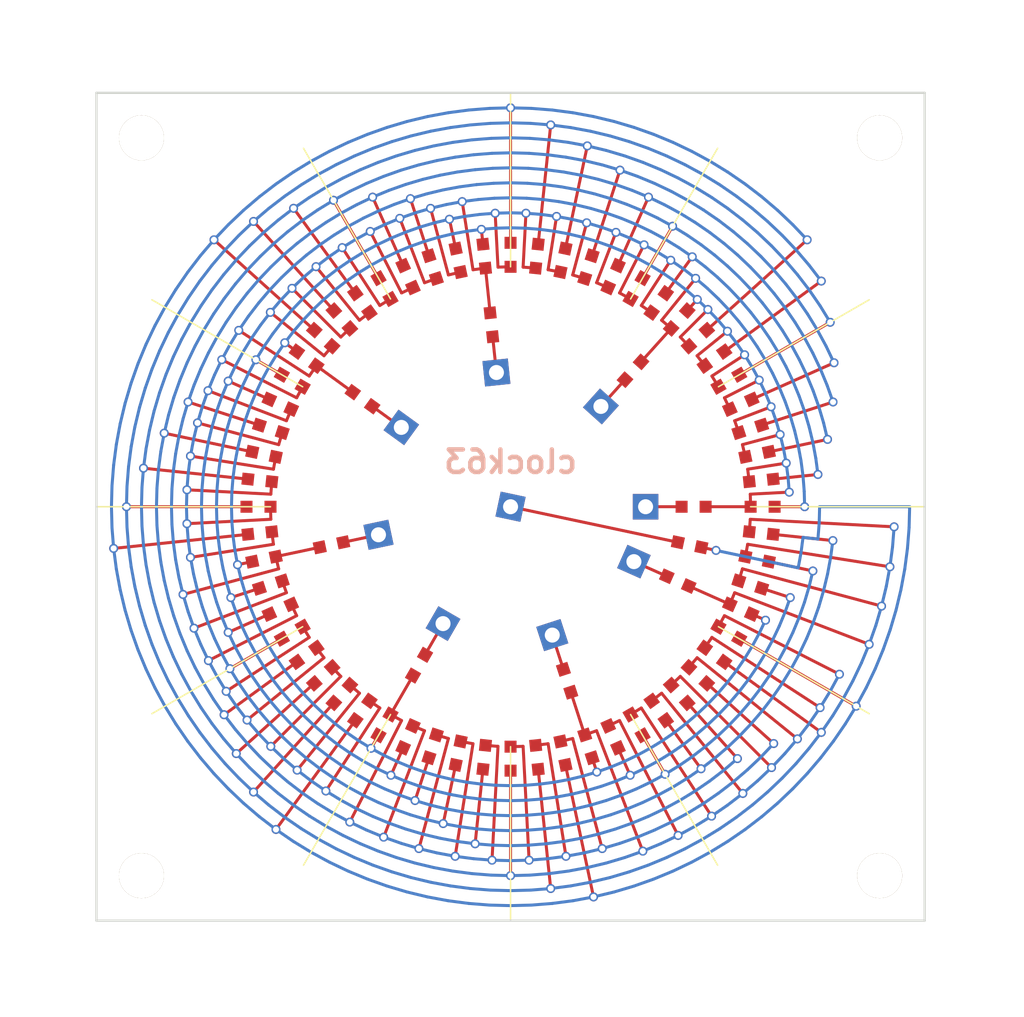
<source format=kicad_pcb>
(kicad_pcb (version 3) (host pcbnew "(2013-jul-07)-stable")
  (layers (15 F.Cu signal) (0 B.Cu signal) (18 B.Paste user) (19 F.Paste user) (20 B.SilkS user) (21 F.SilkS user) (22 B.Mask user) (23 F.Mask user) (28 Edge.Cuts user))
  (net 0 "")
  (gr_line (start 166.000 100.000) (end 177.600 100.000) (angle 0.0) (layer F.SilkS) (width 0.1))
  (gr_line (start 163.856 92.000) (end 173.902 86.200) (angle 30.0) (layer F.SilkS) (width 0.1))
  (gr_line (start 158.000 86.144) (end 163.800 76.098) (angle 60.0) (layer F.SilkS) (width 0.1))
  (gr_line (start 150.000 84.000) (end 150.000 72.400) (angle 90.0) (layer F.SilkS) (width 0.1))
  (gr_line (start 142.000 86.144) (end 136.200 76.098) (angle 120.0) (layer F.SilkS) (width 0.1))
  (gr_line (start 136.144 92.000) (end 126.098 86.200) (angle 150.0) (layer F.SilkS) (width 0.1))
  (gr_line (start 134.000 100.000) (end 122.400 100.000) (angle 180.0) (layer F.SilkS) (width 0.1))
  (gr_line (start 136.144 108.000) (end 126.098 113.800) (angle 210.0) (layer F.SilkS) (width 0.1))
  (gr_line (start 142.000 113.856) (end 136.200 123.902) (angle 240.0) (layer F.SilkS) (width 0.1))
  (gr_line (start 150.000 116.000) (end 150.000 127.600) (angle 270.0) (layer F.SilkS) (width 0.1))
  (gr_line (start 158.000 113.856) (end 163.800 123.902) (angle 300.0) (layer F.SilkS) (width 0.1))
  (gr_line (start 163.856 108.000) (end 173.902 113.800) (angle 330.0) (layer F.SilkS) (width 0.1))
  (module min:hand (layer F.Cu) (at 150 100 0.0)
    (fp_text reference "")
    (fp_text value "")
    (pad 0 smd rect (at 16.0 0 0.0) (size 0.8 0.8) (layers F.Cu F.Paste F.Mask))
    (pad 1 smd rect (at 17.6 0 0.0) (size 0.8 0.8) (layers F.Cu F.Paste F.Mask))
  )
  (segment (start 167.600 100.000) (end 169.600 100.000) (width 0.2) (layer F.Cu) (net 0))
  (via (at 169.600 100.000) (size 0.6) (drill 0.4) (layers F.Cu B.Cu) (net 0))
  (segment (start 166.000 100.000) (end 163.000 100.000) (width 0.2) (layer F.Cu) (net 0))
  (module resi:stor (layer F.Cu) (at 150 100 0.0)
    (fp_text reference "")
    (fp_text value "")
    (pad "" smd rect (at 11.4 0 0.0) (size 0.8 0.8) (layers F.Cu F.Paste F.Mask))
    (pad "" smd rect (at 13.0 0 0.0) (size 0.8 0.8) (layers F.Cu F.Paste F.Mask))
  )
  (segment (start 161.400 100.000) (end 159.000 100.000) (width 0.2) (layer F.Cu) (net 0))
  (module pin:hole (layer F.Cu) (at 159.000 100.000)
    (fp_text reference "")
    (fp_text value "")
    (pad 0 thru_hole rect (at 0 0 0.0) (size 1.7 1.7) (drill 1) (layers *.Cu *.Mask))
  )
  (segment (start 165.978 99.163) (end 168.575 99.027) (width 0.2) (layer F.Cu) (net 0))
  (via (at 168.575 99.027) (size 0.6) (drill 0.4) (layers F.Cu B.Cu) (net 0))
  (segment (start 165.978 99.163) (end 166.000 100.000) (width 0.2) (layer F.Cu) (net 0))
  (module min:hand (layer F.Cu) (at 150 100 6.0)
    (fp_text reference "")
    (fp_text value "")
    (pad 0 smd rect (at 16.0 0 6.0) (size 0.8 0.8) (layers F.Cu F.Paste F.Mask))
    (pad 2 smd rect (at 17.6 0 6.0) (size 0.8 0.8) (layers F.Cu F.Paste F.Mask))
  )
  (segment (start 167.504 98.160) (end 170.487 97.847) (width 0.2) (layer F.Cu) (net 0))
  (via (at 170.487 97.847) (size 0.6) (drill 0.4) (layers F.Cu B.Cu) (net 0))
  (segment (start 165.803 97.497) (end 168.371 97.090) (width 0.2) (layer F.Cu) (net 0))
  (via (at 168.371 97.090) (size 0.6) (drill 0.4) (layers F.Cu B.Cu) (net 0))
  (segment (start 165.803 97.497) (end 165.912 98.328) (width 0.2) (layer F.Cu) (net 0))
  (module min:hand (layer F.Cu) (at 150 100 12.0)
    (fp_text reference "")
    (fp_text value "")
    (pad 0 smd rect (at 16.0 0 12.0) (size 0.8 0.8) (layers F.Cu F.Paste F.Mask))
    (pad 3 smd rect (at 17.6 0 12.0) (size 0.8 0.8) (layers F.Cu F.Paste F.Mask))
  )
  (segment (start 167.215 96.341) (end 171.128 95.509) (width 0.2) (layer F.Cu) (net 0))
  (via (at 171.128 95.509) (size 0.6) (drill 0.4) (layers F.Cu B.Cu) (net 0))
  (segment (start 165.455 95.859) (end 167.966 95.186) (width 0.2) (layer F.Cu) (net 0))
  (via (at 167.966 95.186) (size 0.6) (drill 0.4) (layers F.Cu B.Cu) (net 0))
  (segment (start 165.455 95.859) (end 165.650 96.673) (width 0.2) (layer F.Cu) (net 0))
  (module min:hand (layer F.Cu) (at 150 100 18.0)
    (fp_text reference "")
    (fp_text value "")
    (pad 0 smd rect (at 16.0 0 18.0) (size 0.8 0.8) (layers F.Cu F.Paste F.Mask))
    (pad 4 smd rect (at 17.6 0 18.0) (size 0.8 0.8) (layers F.Cu F.Paste F.Mask))
  )
  (segment (start 166.739 94.561) (end 171.494 93.016) (width 0.2) (layer F.Cu) (net 0))
  (via (at 171.494 93.016) (size 0.6) (drill 0.4) (layers F.Cu B.Cu) (net 0))
  (segment (start 164.937 94.266) (end 167.365 93.334) (width 0.2) (layer F.Cu) (net 0))
  (via (at 167.365 93.334) (size 0.6) (drill 0.4) (layers F.Cu B.Cu) (net 0))
  (segment (start 164.937 94.266) (end 165.217 95.056) (width 0.2) (layer F.Cu) (net 0))
  (module min:hand (layer F.Cu) (at 150 100 24.0)
    (fp_text reference "")
    (fp_text value "")
    (pad 0 smd rect (at 16.0 0 24.0) (size 0.8 0.8) (layers F.Cu F.Paste F.Mask))
    (pad 5 smd rect (at 17.6 0 24.0) (size 0.8 0.8) (layers F.Cu F.Paste F.Mask))
  )
  (segment (start 166.078 92.841) (end 171.560 90.401) (width 0.2) (layer F.Cu) (net 0))
  (via (at 171.560 90.401) (size 0.6) (drill 0.4) (layers F.Cu B.Cu) (net 0))
  (segment (start 164.256 92.736) (end 166.573 91.556) (width 0.2) (layer F.Cu) (net 0))
  (via (at 166.573 91.556) (size 0.6) (drill 0.4) (layers F.Cu B.Cu) (net 0))
  (segment (start 164.256 92.736) (end 164.617 93.492) (width 0.2) (layer F.Cu) (net 0))
  (module min:hand (layer F.Cu) (at 150 100 30.0)
    (fp_text reference "")
    (fp_text value "")
    (pad 0 smd rect (at 16.0 0 30.0) (size 0.8 0.8) (layers F.Cu F.Paste F.Mask))
    (pad 6 smd rect (at 17.6 0 30.0) (size 0.8 0.8) (layers F.Cu F.Paste F.Mask))
  )
  (segment (start 165.242 91.200) (end 171.304 87.700) (width 0.2) (layer F.Cu) (net 0))
  (via (at 171.304 87.700) (size 0.6) (drill 0.4) (layers F.Cu B.Cu) (net 0))
  (segment (start 163.419 91.286) (end 165.599 89.870) (width 0.2) (layer F.Cu) (net 0))
  (via (at 165.599 89.870) (size 0.6) (drill 0.4) (layers F.Cu B.Cu) (net 0))
  (segment (start 163.419 91.286) (end 163.856 92.000) (width 0.2) (layer F.Cu) (net 0))
  (module min:hand (layer F.Cu) (at 150 100 36.0)
    (fp_text reference "")
    (fp_text value "")
    (pad 0 smd rect (at 16.0 0 36.0) (size 0.8 0.8) (layers F.Cu F.Paste F.Mask))
    (pad 7 smd rect (at 17.6 0 36.0) (size 0.8 0.8) (layers F.Cu F.Paste F.Mask))
  )
  (segment (start 164.239 89.655) (end 170.711 84.953) (width 0.2) (layer F.Cu) (net 0))
  (via (at 170.711 84.953) (size 0.6) (drill 0.4) (layers F.Cu B.Cu) (net 0))
  (segment (start 162.434 89.931) (end 164.455 88.295) (width 0.2) (layer F.Cu) (net 0))
  (via (at 164.455 88.295) (size 0.6) (drill 0.4) (layers F.Cu B.Cu) (net 0))
  (segment (start 162.434 89.931) (end 162.944 90.595) (width 0.2) (layer F.Cu) (net 0))
  (module min:hand (layer F.Cu) (at 150 100 42.0)
    (fp_text reference "")
    (fp_text value "")
    (pad 0 smd rect (at 16.0 0 42.0) (size 0.8 0.8) (layers F.Cu F.Paste F.Mask))
    (pad 8 smd rect (at 17.6 0 42.0) (size 0.8 0.8) (layers F.Cu F.Paste F.Mask))
  )
  (segment (start 163.079 88.223) (end 169.768 82.201) (width 0.2) (layer F.Cu) (net 0))
  (via (at 169.768 82.201) (size 0.6) (drill 0.4) (layers F.Cu B.Cu) (net 0))
  (segment (start 161.314 88.686) (end 163.152 86.848) (width 0.2) (layer F.Cu) (net 0))
  (via (at 163.152 86.848) (size 0.6) (drill 0.4) (layers F.Cu B.Cu) (net 0))
  (segment (start 161.314 88.686) (end 161.890 89.294) (width 0.2) (layer F.Cu) (net 0))
  (module min:hand (layer F.Cu) (at 150 100 48.0)
    (fp_text reference "")
    (fp_text value "")
    (pad 1 smd rect (at 16.0 0 48.0) (size 0.8 0.8) (layers F.Cu F.Paste F.Mask))
    (pad 0 smd rect (at 17.6 0 48.0) (size 0.8 0.8) (layers F.Cu F.Paste F.Mask))
  )
  (segment (start 161.777 86.921) (end 162.446 86.178) (width 0.2) (layer F.Cu) (net 0))
  (via (at 162.446 86.178) (size 0.6) (drill 0.4) (layers F.Cu B.Cu) (net 0))
  (segment (start 160.706 88.110) (end 158.699 90.339) (width 0.2) (layer F.Cu) (net 0))
  (module resi:stor (layer F.Cu) (at 150 100 48.0)
    (fp_text reference "")
    (fp_text value "")
    (pad "" smd rect (at 11.4 0 48.0) (size 0.8 0.8) (layers F.Cu F.Paste F.Mask))
    (pad "" smd rect (at 13.0 0 48.0) (size 0.8 0.8) (layers F.Cu F.Paste F.Mask))
  )
  (segment (start 157.628 91.528) (end 156.022 93.312) (width 0.2) (layer F.Cu) (net 0))
  (module pin:hole (layer F.Cu) (at 156.022 93.312)
    (fp_text reference "")
    (fp_text value "")
    (pad 1 thru_hole rect (at 0 0 48.0) (size 1.7 1.7) (drill 1) (layers *.Cu *.Mask))
  )
  (segment (start 160.069 87.566) (end 162.335 84.768) (width 0.2) (layer F.Cu) (net 0))
  (via (at 162.335 84.768) (size 0.6) (drill 0.4) (layers F.Cu B.Cu) (net 0))
  (segment (start 160.069 87.566) (end 160.706 88.110) (width 0.2) (layer F.Cu) (net 0))
  (module min:hand (layer F.Cu) (at 150 100 54.0)
    (fp_text reference "")
    (fp_text value "")
    (pad 1 smd rect (at 16.0 0 54.0) (size 0.8 0.8) (layers F.Cu F.Paste F.Mask))
    (pad 2 smd rect (at 17.6 0 54.0) (size 0.8 0.8) (layers F.Cu F.Paste F.Mask))
  )
  (segment (start 160.345 85.761) (end 162.108 83.334) (width 0.2) (layer F.Cu) (net 0))
  (via (at 162.108 83.334) (size 0.6) (drill 0.4) (layers F.Cu B.Cu) (net 0))
  (segment (start 158.714 86.581) (end 160.675 83.562) (width 0.2) (layer F.Cu) (net 0))
  (via (at 160.675 83.562) (size 0.6) (drill 0.4) (layers F.Cu B.Cu) (net 0))
  (segment (start 158.714 86.581) (end 159.405 87.056) (width 0.2) (layer F.Cu) (net 0))
  (module min:hand (layer F.Cu) (at 150 100 60.0)
    (fp_text reference "")
    (fp_text value "")
    (pad 1 smd rect (at 16.0 0 60.0) (size 0.8 0.8) (layers F.Cu F.Paste F.Mask))
    (pad 3 smd rect (at 17.6 0 60.0) (size 0.8 0.8) (layers F.Cu F.Paste F.Mask))
  )
  (segment (start 158.800 84.758) (end 160.800 81.294) (width 0.2) (layer F.Cu) (net 0))
  (via (at 160.800 81.294) (size 0.6) (drill 0.4) (layers F.Cu B.Cu) (net 0))
  (segment (start 157.264 85.744) (end 158.898 82.536) (width 0.2) (layer F.Cu) (net 0))
  (via (at 158.898 82.536) (size 0.6) (drill 0.4) (layers F.Cu B.Cu) (net 0))
  (segment (start 157.264 85.744) (end 158.000 86.144) (width 0.2) (layer F.Cu) (net 0))
  (module min:hand (layer F.Cu) (at 150 100 66.0)
    (fp_text reference "")
    (fp_text value "")
    (pad 1 smd rect (at 16.0 0 66.0) (size 0.8 0.8) (layers F.Cu F.Paste F.Mask))
    (pad 4 smd rect (at 17.6 0 66.0) (size 0.8 0.8) (layers F.Cu F.Paste F.Mask))
  )
  (segment (start 157.159 83.922) (end 159.192 79.354) (width 0.2) (layer F.Cu) (net 0))
  (via (at 159.192 79.354) (size 0.6) (drill 0.4) (layers F.Cu B.Cu) (net 0))
  (segment (start 155.734 85.063) (end 157.024 81.702) (width 0.2) (layer F.Cu) (net 0))
  (via (at 157.024 81.702) (size 0.6) (drill 0.4) (layers F.Cu B.Cu) (net 0))
  (segment (start 155.734 85.063) (end 156.508 85.383) (width 0.2) (layer F.Cu) (net 0))
  (module min:hand (layer F.Cu) (at 150 100 72.0)
    (fp_text reference "")
    (fp_text value "")
    (pad 1 smd rect (at 16.0 0 72.0) (size 0.8 0.8) (layers F.Cu F.Paste F.Mask))
    (pad 5 smd rect (at 17.6 0 72.0) (size 0.8 0.8) (layers F.Cu F.Paste F.Mask))
  )
  (segment (start 155.439 83.261) (end 157.293 77.555) (width 0.2) (layer F.Cu) (net 0))
  (via (at 157.293 77.555) (size 0.6) (drill 0.4) (layers F.Cu B.Cu) (net 0))
  (segment (start 154.141 84.545) (end 155.073 81.068) (width 0.2) (layer F.Cu) (net 0))
  (via (at 155.073 81.068) (size 0.6) (drill 0.4) (layers F.Cu B.Cu) (net 0))
  (segment (start 154.141 84.545) (end 154.944 84.783) (width 0.2) (layer F.Cu) (net 0))
  (module min:hand (layer F.Cu) (at 150 100 78.0)
    (fp_text reference "")
    (fp_text value "")
    (pad 1 smd rect (at 16.0 0 78.0) (size 0.8 0.8) (layers F.Cu F.Paste F.Mask))
    (pad 6 smd rect (at 17.6 0 78.0) (size 0.8 0.8) (layers F.Cu F.Paste F.Mask))
  )
  (segment (start 153.659 82.785) (end 155.115 75.938) (width 0.2) (layer F.Cu) (net 0))
  (via (at 155.115 75.938) (size 0.6) (drill 0.4) (layers F.Cu B.Cu) (net 0))
  (segment (start 152.503 84.197) (end 153.066 80.641) (width 0.2) (layer F.Cu) (net 0))
  (via (at 153.066 80.641) (size 0.6) (drill 0.4) (layers F.Cu B.Cu) (net 0))
  (segment (start 152.503 84.197) (end 153.327 84.350) (width 0.2) (layer F.Cu) (net 0))
  (module min:hand (layer F.Cu) (at 150 100 84.0)
    (fp_text reference "")
    (fp_text value "")
    (pad 1 smd rect (at 16.0 0 84.0) (size 0.8 0.8) (layers F.Cu F.Paste F.Mask))
    (pad 7 smd rect (at 17.6 0 84.0) (size 0.8 0.8) (layers F.Cu F.Paste F.Mask))
  )
  (segment (start 151.840 82.496) (end 152.676 74.540) (width 0.2) (layer F.Cu) (net 0))
  (via (at 152.676 74.540) (size 0.6) (drill 0.4) (layers F.Cu B.Cu) (net 0))
  (segment (start 150.837 84.022) (end 151.026 80.427) (width 0.2) (layer F.Cu) (net 0))
  (via (at 151.026 80.427) (size 0.6) (drill 0.4) (layers F.Cu B.Cu) (net 0))
  (segment (start 150.837 84.022) (end 151.672 84.088) (width 0.2) (layer F.Cu) (net 0))
  (module min:hand (layer F.Cu) (at 150 100 90.0)
    (fp_text reference "")
    (fp_text value "")
    (pad 1 smd rect (at 16.0 0 90.0) (size 0.8 0.8) (layers F.Cu F.Paste F.Mask))
    (pad 8 smd rect (at 17.6 0 90.0) (size 0.8 0.8) (layers F.Cu F.Paste F.Mask))
  )
  (segment (start 150.000 82.400) (end 150.000 73.400) (width 0.2) (layer F.Cu) (net 0))
  (via (at 150.000 73.400) (size 0.6) (drill 0.4) (layers F.Cu B.Cu) (net 0))
  (segment (start 149.163 84.022) (end 148.974 80.427) (width 0.2) (layer F.Cu) (net 0))
  (via (at 148.974 80.427) (size 0.6) (drill 0.4) (layers F.Cu B.Cu) (net 0))
  (segment (start 149.163 84.022) (end 150.000 84.000) (width 0.2) (layer F.Cu) (net 0))
  (module min:hand (layer F.Cu) (at 150 100 96.0)
    (fp_text reference "")
    (fp_text value "")
    (pad 2 smd rect (at 16.0 0 96.0) (size 0.8 0.8) (layers F.Cu F.Paste F.Mask))
    (pad 0 smd rect (at 17.6 0 96.0) (size 0.8 0.8) (layers F.Cu F.Paste F.Mask))
  )
  (segment (start 148.160 82.496) (end 148.056 81.502) (width 0.2) (layer F.Cu) (net 0))
  (via (at 148.056 81.502) (size 0.6) (drill 0.4) (layers F.Cu B.Cu) (net 0))
  (segment (start 148.328 84.088) (end 148.641 87.071) (width 0.2) (layer F.Cu) (net 0))
  (module resi:stor (layer F.Cu) (at 150 100 96.0)
    (fp_text reference "")
    (fp_text value "")
    (pad "" smd rect (at 11.4 0 96.0) (size 0.8 0.8) (layers F.Cu F.Paste F.Mask))
    (pad "" smd rect (at 13.0 0 96.0) (size 0.8 0.8) (layers F.Cu F.Paste F.Mask))
  )
  (segment (start 148.808 88.662) (end 149.059 91.049) (width 0.2) (layer F.Cu) (net 0))
  (module pin:hole (layer F.Cu) (at 149.059 91.049)
    (fp_text reference "")
    (fp_text value "")
    (pad 2 thru_hole rect (at 0 0 96.0) (size 1.7 1.7) (drill 1) (layers *.Cu *.Mask))
  )
  (segment (start 147.497 84.197) (end 146.777 79.654) (width 0.2) (layer F.Cu) (net 0))
  (via (at 146.777 79.654) (size 0.6) (drill 0.4) (layers F.Cu B.Cu) (net 0))
  (segment (start 147.497 84.197) (end 148.328 84.088) (width 0.2) (layer F.Cu) (net 0))
  (module min:hand (layer F.Cu) (at 150 100 102.0)
    (fp_text reference "")
    (fp_text value "")
    (pad 2 smd rect (at 16.0 0 102.0) (size 0.8 0.8) (layers F.Cu F.Paste F.Mask))
    (pad 1 smd rect (at 17.6 0 102.0) (size 0.8 0.8) (layers F.Cu F.Paste F.Mask))
  )
  (segment (start 146.341 82.785) (end 145.925 80.828) (width 0.2) (layer F.Cu) (net 0))
  (via (at 145.925 80.828) (size 0.6) (drill 0.4) (layers F.Cu B.Cu) (net 0))
  (segment (start 145.859 84.545) (end 144.668 80.102) (width 0.2) (layer F.Cu) (net 0))
  (via (at 144.668 80.102) (size 0.6) (drill 0.4) (layers F.Cu B.Cu) (net 0))
  (segment (start 145.859 84.545) (end 146.673 84.350) (width 0.2) (layer F.Cu) (net 0))
  (module min:hand (layer F.Cu) (at 150 100 108.0)
    (fp_text reference "")
    (fp_text value "")
    (pad 2 smd rect (at 16.0 0 108.0) (size 0.8 0.8) (layers F.Cu F.Paste F.Mask))
    (pad 3 smd rect (at 17.6 0 108.0) (size 0.8 0.8) (layers F.Cu F.Paste F.Mask))
  )
  (segment (start 144.561 83.261) (end 143.325 79.457) (width 0.2) (layer F.Cu) (net 0))
  (via (at 143.325 79.457) (size 0.6) (drill 0.4) (layers F.Cu B.Cu) (net 0))
  (segment (start 144.266 85.063) (end 142.618 80.768) (width 0.2) (layer F.Cu) (net 0))
  (via (at 142.618 80.768) (size 0.6) (drill 0.4) (layers F.Cu B.Cu) (net 0))
  (segment (start 144.266 85.063) (end 145.056 84.783) (width 0.2) (layer F.Cu) (net 0))
  (module min:hand (layer F.Cu) (at 150 100 114.0)
    (fp_text reference "")
    (fp_text value "")
    (pad 2 smd rect (at 16.0 0 114.0) (size 0.8 0.8) (layers F.Cu F.Paste F.Mask))
    (pad 4 smd rect (at 17.6 0 114.0) (size 0.8 0.8) (layers F.Cu F.Paste F.Mask))
  )
  (segment (start 142.841 83.922) (end 140.808 79.354) (width 0.2) (layer F.Cu) (net 0))
  (via (at 140.808 79.354) (size 0.6) (drill 0.4) (layers F.Cu B.Cu) (net 0))
  (segment (start 142.736 85.744) (end 140.648 81.645) (width 0.2) (layer F.Cu) (net 0))
  (via (at 140.648 81.645) (size 0.6) (drill 0.4) (layers F.Cu B.Cu) (net 0))
  (segment (start 142.736 85.744) (end 143.492 85.383) (width 0.2) (layer F.Cu) (net 0))
  (module min:hand (layer F.Cu) (at 150 100 120.0)
    (fp_text reference "")
    (fp_text value "")
    (pad 2 smd rect (at 16.0 0 120.0) (size 0.8 0.8) (layers F.Cu F.Paste F.Mask))
    (pad 5 smd rect (at 17.6 0 120.0) (size 0.8 0.8) (layers F.Cu F.Paste F.Mask))
  )
  (segment (start 141.200 84.758) (end 138.200 79.562) (width 0.2) (layer F.Cu) (net 0))
  (via (at 138.200 79.562) (size 0.6) (drill 0.4) (layers F.Cu B.Cu) (net 0))
  (segment (start 141.286 86.581) (end 138.780 82.723) (width 0.2) (layer F.Cu) (net 0))
  (via (at 138.780 82.723) (size 0.6) (drill 0.4) (layers F.Cu B.Cu) (net 0))
  (segment (start 141.286 86.581) (end 142.000 86.144) (width 0.2) (layer F.Cu) (net 0))
  (module min:hand (layer F.Cu) (at 150 100 126.0)
    (fp_text reference "")
    (fp_text value "")
    (pad 2 smd rect (at 16.0 0 126.0) (size 0.8 0.8) (layers F.Cu F.Paste F.Mask))
    (pad 6 smd rect (at 17.6 0 126.0) (size 0.8 0.8) (layers F.Cu F.Paste F.Mask))
  )
  (segment (start 139.655 85.761) (end 135.540 80.098) (width 0.2) (layer F.Cu) (net 0))
  (via (at 135.540 80.098) (size 0.6) (drill 0.4) (layers F.Cu B.Cu) (net 0))
  (segment (start 139.931 87.566) (end 137.036 83.991) (width 0.2) (layer F.Cu) (net 0))
  (via (at 137.036 83.991) (size 0.6) (drill 0.4) (layers F.Cu B.Cu) (net 0))
  (segment (start 139.931 87.566) (end 140.595 87.056) (width 0.2) (layer F.Cu) (net 0))
  (module min:hand (layer F.Cu) (at 150 100 132.0)
    (fp_text reference "")
    (fp_text value "")
    (pad 2 smd rect (at 16.0 0 132.0) (size 0.8 0.8) (layers F.Cu F.Paste F.Mask))
    (pad 7 smd rect (at 17.6 0 132.0) (size 0.8 0.8) (layers F.Cu F.Paste F.Mask))
  )
  (segment (start 138.223 86.921) (end 132.870 80.975) (width 0.2) (layer F.Cu) (net 0))
  (via (at 132.870 80.975) (size 0.6) (drill 0.4) (layers F.Cu B.Cu) (net 0))
  (segment (start 138.686 88.686) (end 135.434 85.434) (width 0.2) (layer F.Cu) (net 0))
  (via (at 135.434 85.434) (size 0.6) (drill 0.4) (layers F.Cu B.Cu) (net 0))
  (segment (start 138.686 88.686) (end 139.294 88.110) (width 0.2) (layer F.Cu) (net 0))
  (module min:hand (layer F.Cu) (at 150 100 138.0)
    (fp_text reference "")
    (fp_text value "")
    (pad 2 smd rect (at 16.0 0 138.0) (size 0.8 0.8) (layers F.Cu F.Paste F.Mask))
    (pad 8 smd rect (at 17.6 0 138.0) (size 0.8 0.8) (layers F.Cu F.Paste F.Mask))
  )
  (segment (start 136.921 88.223) (end 130.232 82.201) (width 0.2) (layer F.Cu) (net 0))
  (via (at 130.232 82.201) (size 0.6) (drill 0.4) (layers F.Cu B.Cu) (net 0))
  (segment (start 137.566 89.931) (end 133.991 87.036) (width 0.2) (layer F.Cu) (net 0))
  (via (at 133.991 87.036) (size 0.6) (drill 0.4) (layers F.Cu B.Cu) (net 0))
  (segment (start 137.566 89.931) (end 138.110 89.294) (width 0.2) (layer F.Cu) (net 0))
  (module min:hand (layer F.Cu) (at 150 100 144.0)
    (fp_text reference "")
    (fp_text value "")
    (pad 3 smd rect (at 16.0 0 144.0) (size 0.8 0.8) (layers F.Cu F.Paste F.Mask))
    (pad 0 smd rect (at 17.6 0 144.0) (size 0.8 0.8) (layers F.Cu F.Paste F.Mask))
  )
  (segment (start 135.761 89.655) (end 134.952 89.067) (width 0.2) (layer F.Cu) (net 0))
  (via (at 134.952 89.067) (size 0.6) (drill 0.4) (layers F.Cu B.Cu) (net 0))
  (segment (start 137.056 90.595) (end 139.483 92.359) (width 0.2) (layer F.Cu) (net 0))
  (module resi:stor (layer F.Cu) (at 150 100 144.0)
    (fp_text reference "")
    (fp_text value "")
    (pad "" smd rect (at 11.4 0 144.0) (size 0.8 0.8) (layers F.Cu F.Paste F.Mask))
    (pad "" smd rect (at 13.0 0 144.0) (size 0.8 0.8) (layers F.Cu F.Paste F.Mask))
  )
  (segment (start 140.777 93.299) (end 142.719 94.710) (width 0.2) (layer F.Cu) (net 0))
  (module pin:hole (layer F.Cu) (at 142.719 94.710)
    (fp_text reference "")
    (fp_text value "")
    (pad 3 thru_hole rect (at 0 0 144.0) (size 1.7 1.7) (drill 1) (layers *.Cu *.Mask))
  )
  (segment (start 136.581 91.286) (end 131.885 88.236) (width 0.2) (layer F.Cu) (net 0))
  (via (at 131.885 88.236) (size 0.6) (drill 0.4) (layers F.Cu B.Cu) (net 0))
  (segment (start 136.581 91.286) (end 137.056 90.595) (width 0.2) (layer F.Cu) (net 0))
  (module min:hand (layer F.Cu) (at 150 100 150.0)
    (fp_text reference "")
    (fp_text value "")
    (pad 3 smd rect (at 16.0 0 150.0) (size 0.8 0.8) (layers F.Cu F.Paste F.Mask))
    (pad 1 smd rect (at 17.6 0 150.0) (size 0.8 0.8) (layers F.Cu F.Paste F.Mask))
  )
  (segment (start 134.758 91.200) (end 133.026 90.200) (width 0.2) (layer F.Cu) (net 0))
  (via (at 133.026 90.200) (size 0.6) (drill 0.4) (layers F.Cu B.Cu) (net 0))
  (segment (start 135.744 92.736) (end 130.754 90.194) (width 0.2) (layer F.Cu) (net 0))
  (via (at 130.754 90.194) (size 0.6) (drill 0.4) (layers F.Cu B.Cu) (net 0))
  (segment (start 135.744 92.736) (end 136.144 92.000) (width 0.2) (layer F.Cu) (net 0))
  (module min:hand (layer F.Cu) (at 150 100 156.0)
    (fp_text reference "")
    (fp_text value "")
    (pad 3 smd rect (at 16.0 0 156.0) (size 0.8 0.8) (layers F.Cu F.Paste F.Mask))
    (pad 2 smd rect (at 17.6 0 156.0) (size 0.8 0.8) (layers F.Cu F.Paste F.Mask))
  )
  (segment (start 133.922 92.841) (end 131.181 91.621) (width 0.2) (layer F.Cu) (net 0))
  (via (at 131.181 91.621) (size 0.6) (drill 0.4) (layers F.Cu B.Cu) (net 0))
  (segment (start 135.063 94.266) (end 129.835 92.259) (width 0.2) (layer F.Cu) (net 0))
  (via (at 129.835 92.259) (size 0.6) (drill 0.4) (layers F.Cu B.Cu) (net 0))
  (segment (start 135.063 94.266) (end 135.383 93.492) (width 0.2) (layer F.Cu) (net 0))
  (module min:hand (layer F.Cu) (at 150 100 162.0)
    (fp_text reference "")
    (fp_text value "")
    (pad 3 smd rect (at 16.0 0 162.0) (size 0.8 0.8) (layers F.Cu F.Paste F.Mask))
    (pad 4 smd rect (at 17.6 0 162.0) (size 0.8 0.8) (layers F.Cu F.Paste F.Mask))
  )
  (segment (start 133.261 94.561) (end 128.506 93.016) (width 0.2) (layer F.Cu) (net 0))
  (via (at 128.506 93.016) (size 0.6) (drill 0.4) (layers F.Cu B.Cu) (net 0))
  (segment (start 134.545 95.859) (end 129.136 94.410) (width 0.2) (layer F.Cu) (net 0))
  (via (at 129.136 94.410) (size 0.6) (drill 0.4) (layers F.Cu B.Cu) (net 0))
  (segment (start 134.545 95.859) (end 134.783 95.056) (width 0.2) (layer F.Cu) (net 0))
  (module min:hand (layer F.Cu) (at 150 100 168.0)
    (fp_text reference "")
    (fp_text value "")
    (pad 3 smd rect (at 16.0 0 168.0) (size 0.8 0.8) (layers F.Cu F.Paste F.Mask))
    (pad 5 smd rect (at 17.6 0 168.0) (size 0.8 0.8) (layers F.Cu F.Paste F.Mask))
  )
  (segment (start 132.785 96.341) (end 126.916 95.093) (width 0.2) (layer F.Cu) (net 0))
  (via (at 126.916 95.093) (size 0.6) (drill 0.4) (layers F.Cu B.Cu) (net 0))
  (segment (start 134.197 97.497) (end 128.666 96.621) (width 0.2) (layer F.Cu) (net 0))
  (via (at 128.666 96.621) (size 0.6) (drill 0.4) (layers F.Cu B.Cu) (net 0))
  (segment (start 134.197 97.497) (end 134.350 96.673) (width 0.2) (layer F.Cu) (net 0))
  (module min:hand (layer F.Cu) (at 150 100 174.0)
    (fp_text reference "")
    (fp_text value "")
    (pad 3 smd rect (at 16.0 0 174.0) (size 0.8 0.8) (layers F.Cu F.Paste F.Mask))
    (pad 6 smd rect (at 17.6 0 174.0) (size 0.8 0.8) (layers F.Cu F.Paste F.Mask))
  )
  (segment (start 132.496 98.160) (end 125.535 97.429) (width 0.2) (layer F.Cu) (net 0))
  (via (at 125.535 97.429) (size 0.6) (drill 0.4) (layers F.Cu B.Cu) (net 0))
  (segment (start 134.022 99.163) (end 128.430 98.870) (width 0.2) (layer F.Cu) (net 0))
  (via (at 128.430 98.870) (size 0.6) (drill 0.4) (layers F.Cu B.Cu) (net 0))
  (segment (start 134.022 99.163) (end 134.088 98.328) (width 0.2) (layer F.Cu) (net 0))
  (module min:hand (layer F.Cu) (at 150 100 180.0)
    (fp_text reference "")
    (fp_text value "")
    (pad 3 smd rect (at 16.0 0 180.0) (size 0.8 0.8) (layers F.Cu F.Paste F.Mask))
    (pad 7 smd rect (at 17.6 0 180.0) (size 0.8 0.8) (layers F.Cu F.Paste F.Mask))
  )
  (segment (start 132.400 100.000) (end 124.400 100.000) (width 0.2) (layer F.Cu) (net 0))
  (via (at 124.400 100.000) (size 0.6) (drill 0.4) (layers F.Cu B.Cu) (net 0))
  (segment (start 134.022 100.837) (end 128.430 101.130) (width 0.2) (layer F.Cu) (net 0))
  (via (at 128.430 101.130) (size 0.6) (drill 0.4) (layers F.Cu B.Cu) (net 0))
  (segment (start 134.022 100.837) (end 134.000 100.000) (width 0.2) (layer F.Cu) (net 0))
  (module min:hand (layer F.Cu) (at 150 100 186.0)
    (fp_text reference "")
    (fp_text value "")
    (pad 3 smd rect (at 16.0 0 186.0) (size 0.8 0.8) (layers F.Cu F.Paste F.Mask))
    (pad 8 smd rect (at 17.6 0 186.0) (size 0.8 0.8) (layers F.Cu F.Paste F.Mask))
  )
  (segment (start 132.496 101.840) (end 123.546 102.780) (width 0.2) (layer F.Cu) (net 0))
  (via (at 123.546 102.780) (size 0.6) (drill 0.4) (layers F.Cu B.Cu) (net 0))
  (segment (start 134.197 102.503) (end 128.666 103.379) (width 0.2) (layer F.Cu) (net 0))
  (via (at 128.666 103.379) (size 0.6) (drill 0.4) (layers F.Cu B.Cu) (net 0))
  (segment (start 134.197 102.503) (end 134.088 101.672) (width 0.2) (layer F.Cu) (net 0))
  (module min:hand (layer F.Cu) (at 150 100 192.0)
    (fp_text reference "")
    (fp_text value "")
    (pad 4 smd rect (at 16.0 0 192.0) (size 0.8 0.8) (layers F.Cu F.Paste F.Mask))
    (pad 0 smd rect (at 17.6 0 192.0) (size 0.8 0.8) (layers F.Cu F.Paste F.Mask))
  )
  (segment (start 132.785 103.659) (end 131.806 103.867) (width 0.2) (layer F.Cu) (net 0))
  (via (at 131.806 103.867) (size 0.6) (drill 0.4) (layers F.Cu B.Cu) (net 0))
  (segment (start 134.350 103.327) (end 137.284 102.703) (width 0.2) (layer F.Cu) (net 0))
  (module resi:stor (layer F.Cu) (at 150 100 192.0)
    (fp_text reference "")
    (fp_text value "")
    (pad "" smd rect (at 11.4 0 192.0) (size 0.8 0.8) (layers F.Cu F.Paste F.Mask))
    (pad "" smd rect (at 13.0 0 192.0) (size 0.8 0.8) (layers F.Cu F.Paste F.Mask))
  )
  (segment (start 138.849 102.370) (end 141.197 101.871) (width 0.2) (layer F.Cu) (net 0))
  (module pin:hole (layer F.Cu) (at 141.197 101.871)
    (fp_text reference "")
    (fp_text value "")
    (pad 4 thru_hole rect (at 0 0 192.0) (size 1.7 1.7) (drill 1) (layers *.Cu *.Mask))
  )
  (segment (start 134.545 104.141) (end 128.170 105.849) (width 0.2) (layer F.Cu) (net 0))
  (via (at 128.170 105.849) (size 0.6) (drill 0.4) (layers F.Cu B.Cu) (net 0))
  (segment (start 134.545 104.141) (end 134.350 103.327) (width 0.2) (layer F.Cu) (net 0))
  (module min:hand (layer F.Cu) (at 150 100 198.0)
    (fp_text reference "")
    (fp_text value "")
    (pad 4 smd rect (at 16.0 0 198.0) (size 0.8 0.8) (layers F.Cu F.Paste F.Mask))
    (pad 1 smd rect (at 17.6 0 198.0) (size 0.8 0.8) (layers F.Cu F.Paste F.Mask))
  )
  (segment (start 133.261 105.439) (end 131.359 106.057) (width 0.2) (layer F.Cu) (net 0))
  (via (at 131.359 106.057) (size 0.6) (drill 0.4) (layers F.Cu B.Cu) (net 0))
  (segment (start 135.063 105.734) (end 128.901 108.099) (width 0.2) (layer F.Cu) (net 0))
  (via (at 128.901 108.099) (size 0.6) (drill 0.4) (layers F.Cu B.Cu) (net 0))
  (segment (start 135.063 105.734) (end 134.783 104.944) (width 0.2) (layer F.Cu) (net 0))
  (module min:hand (layer F.Cu) (at 150 100 204.0)
    (fp_text reference "")
    (fp_text value "")
    (pad 4 smd rect (at 16.0 0 204.0) (size 0.8 0.8) (layers F.Cu F.Paste F.Mask))
    (pad 2 smd rect (at 17.6 0 204.0) (size 0.8 0.8) (layers F.Cu F.Paste F.Mask))
  )
  (segment (start 133.922 107.159) (end 131.181 108.379) (width 0.2) (layer F.Cu) (net 0))
  (via (at 131.181 108.379) (size 0.6) (drill 0.4) (layers F.Cu B.Cu) (net 0))
  (segment (start 135.744 107.264) (end 129.863 110.260) (width 0.2) (layer F.Cu) (net 0))
  (via (at 129.863 110.260) (size 0.6) (drill 0.4) (layers F.Cu B.Cu) (net 0))
  (segment (start 135.744 107.264) (end 135.383 106.508) (width 0.2) (layer F.Cu) (net 0))
  (module min:hand (layer F.Cu) (at 150 100 210.0)
    (fp_text reference "")
    (fp_text value "")
    (pad 4 smd rect (at 16.0 0 210.0) (size 0.8 0.8) (layers F.Cu F.Paste F.Mask))
    (pad 3 smd rect (at 17.6 0 210.0) (size 0.8 0.8) (layers F.Cu F.Paste F.Mask))
  )
  (segment (start 134.758 108.800) (end 131.294 110.800) (width 0.2) (layer F.Cu) (net 0))
  (via (at 131.294 110.800) (size 0.6) (drill 0.4) (layers F.Cu B.Cu) (net 0))
  (segment (start 136.581 108.714) (end 131.046 112.309) (width 0.2) (layer F.Cu) (net 0))
  (via (at 131.046 112.309) (size 0.6) (drill 0.4) (layers F.Cu B.Cu) (net 0))
  (segment (start 136.581 108.714) (end 136.144 108.000) (width 0.2) (layer F.Cu) (net 0))
  (module min:hand (layer F.Cu) (at 150 100 216.0)
    (fp_text reference "")
    (fp_text value "")
    (pad 4 smd rect (at 16.0 0 216.0) (size 0.8 0.8) (layers F.Cu F.Paste F.Mask))
    (pad 5 smd rect (at 17.6 0 216.0) (size 0.8 0.8) (layers F.Cu F.Paste F.Mask))
  )
  (segment (start 135.761 110.345) (end 130.907 113.872) (width 0.2) (layer F.Cu) (net 0))
  (via (at 130.907 113.872) (size 0.6) (drill 0.4) (layers F.Cu B.Cu) (net 0))
  (segment (start 137.566 110.069) (end 132.437 114.223) (width 0.2) (layer F.Cu) (net 0))
  (via (at 132.437 114.223) (size 0.6) (drill 0.4) (layers F.Cu B.Cu) (net 0))
  (segment (start 137.566 110.069) (end 137.056 109.405) (width 0.2) (layer F.Cu) (net 0))
  (module min:hand (layer F.Cu) (at 150 100 222.0)
    (fp_text reference "")
    (fp_text value "")
    (pad 4 smd rect (at 16.0 0 222.0) (size 0.8 0.8) (layers F.Cu F.Paste F.Mask))
    (pad 6 smd rect (at 17.6 0 222.0) (size 0.8 0.8) (layers F.Cu F.Paste F.Mask))
  )
  (segment (start 136.921 111.777) (end 131.719 116.461) (width 0.2) (layer F.Cu) (net 0))
  (via (at 131.719 116.461) (size 0.6) (drill 0.4) (layers F.Cu B.Cu) (net 0))
  (segment (start 138.686 111.314) (end 134.019 115.981) (width 0.2) (layer F.Cu) (net 0))
  (via (at 134.019 115.981) (size 0.6) (drill 0.4) (layers F.Cu B.Cu) (net 0))
  (segment (start 138.686 111.314) (end 138.110 110.706) (width 0.2) (layer F.Cu) (net 0))
  (module min:hand (layer F.Cu) (at 150 100 228.0)
    (fp_text reference "")
    (fp_text value "")
    (pad 4 smd rect (at 16.0 0 228.0) (size 0.8 0.8) (layers F.Cu F.Paste F.Mask))
    (pad 7 smd rect (at 17.6 0 228.0) (size 0.8 0.8) (layers F.Cu F.Paste F.Mask))
  )
  (segment (start 138.223 113.079) (end 132.870 119.025) (width 0.2) (layer F.Cu) (net 0))
  (via (at 132.870 119.025) (size 0.6) (drill 0.4) (layers F.Cu B.Cu) (net 0))
  (segment (start 139.931 112.434) (end 135.777 117.563) (width 0.2) (layer F.Cu) (net 0))
  (via (at 135.777 117.563) (size 0.6) (drill 0.4) (layers F.Cu B.Cu) (net 0))
  (segment (start 139.931 112.434) (end 139.294 111.890) (width 0.2) (layer F.Cu) (net 0))
  (module min:hand (layer F.Cu) (at 150 100 234.0)
    (fp_text reference "")
    (fp_text value "")
    (pad 4 smd rect (at 16.0 0 234.0) (size 0.8 0.8) (layers F.Cu F.Paste F.Mask))
    (pad 8 smd rect (at 17.6 0 234.0) (size 0.8 0.8) (layers F.Cu F.Paste F.Mask))
  )
  (segment (start 139.655 114.239) (end 134.365 121.520) (width 0.2) (layer F.Cu) (net 0))
  (via (at 134.365 121.520) (size 0.6) (drill 0.4) (layers F.Cu B.Cu) (net 0))
  (segment (start 141.286 113.419) (end 137.691 118.954) (width 0.2) (layer F.Cu) (net 0))
  (via (at 137.691 118.954) (size 0.6) (drill 0.4) (layers F.Cu B.Cu) (net 0))
  (segment (start 141.286 113.419) (end 140.595 112.944) (width 0.2) (layer F.Cu) (net 0))
  (module min:hand (layer F.Cu) (at 150 100 240.0)
    (fp_text reference "")
    (fp_text value "")
    (pad 5 smd rect (at 16.0 0 240.0) (size 0.8 0.8) (layers F.Cu F.Paste F.Mask))
    (pad 0 smd rect (at 17.6 0 240.0) (size 0.8 0.8) (layers F.Cu F.Paste F.Mask))
  )
  (segment (start 141.200 115.242) (end 140.700 116.108) (width 0.2) (layer F.Cu) (net 0))
  (via (at 140.700 116.108) (size 0.6) (drill 0.4) (layers F.Cu B.Cu) (net 0))
  (segment (start 142.000 113.856) (end 143.500 111.258) (width 0.2) (layer F.Cu) (net 0))
  (module resi:stor (layer F.Cu) (at 150 100 240.0)
    (fp_text reference "")
    (fp_text value "")
    (pad "" smd rect (at 11.4 0 240.0) (size 0.8 0.8) (layers F.Cu F.Paste F.Mask))
    (pad "" smd rect (at 13.0 0 240.0) (size 0.8 0.8) (layers F.Cu F.Paste F.Mask))
  )
  (segment (start 144.300 109.873) (end 145.500 107.794) (width 0.2) (layer F.Cu) (net 0))
  (module pin:hole (layer F.Cu) (at 145.500 107.794)
    (fp_text reference "")
    (fp_text value "")
    (pad 5 thru_hole rect (at 0 0 240.0) (size 1.7 1.7) (drill 1) (layers *.Cu *.Mask))
  )
  (segment (start 142.736 114.256) (end 139.286 121.028) (width 0.2) (layer F.Cu) (net 0))
  (via (at 139.286 121.028) (size 0.6) (drill 0.4) (layers F.Cu B.Cu) (net 0))
  (segment (start 142.736 114.256) (end 142.000 113.856) (width 0.2) (layer F.Cu) (net 0))
  (module min:hand (layer F.Cu) (at 150 100 246.0)
    (fp_text reference "")
    (fp_text value "")
    (pad 5 smd rect (at 16.0 0 246.0) (size 0.8 0.8) (layers F.Cu F.Paste F.Mask))
    (pad 1 smd rect (at 17.6 0 246.0) (size 0.8 0.8) (layers F.Cu F.Paste F.Mask))
  )
  (segment (start 142.841 116.078) (end 142.028 117.905) (width 0.2) (layer F.Cu) (net 0))
  (via (at 142.028 117.905) (size 0.6) (drill 0.4) (layers F.Cu B.Cu) (net 0))
  (segment (start 144.266 114.937) (end 141.543 122.032) (width 0.2) (layer F.Cu) (net 0))
  (via (at 141.543 122.032) (size 0.6) (drill 0.4) (layers F.Cu B.Cu) (net 0))
  (segment (start 144.266 114.937) (end 143.492 114.617) (width 0.2) (layer F.Cu) (net 0))
  (module min:hand (layer F.Cu) (at 150 100 252.0)
    (fp_text reference "")
    (fp_text value "")
    (pad 5 smd rect (at 16.0 0 252.0) (size 0.8 0.8) (layers F.Cu F.Paste F.Mask))
    (pad 2 smd rect (at 17.6 0 252.0) (size 0.8 0.8) (layers F.Cu F.Paste F.Mask))
  )
  (segment (start 144.561 116.739) (end 143.634 119.592) (width 0.2) (layer F.Cu) (net 0))
  (via (at 143.634 119.592) (size 0.6) (drill 0.4) (layers F.Cu B.Cu) (net 0))
  (segment (start 145.859 115.455) (end 143.892 122.796) (width 0.2) (layer F.Cu) (net 0))
  (via (at 143.892 122.796) (size 0.6) (drill 0.4) (layers F.Cu B.Cu) (net 0))
  (segment (start 145.859 115.455) (end 145.056 115.217) (width 0.2) (layer F.Cu) (net 0))
  (module min:hand (layer F.Cu) (at 150 100 258.0)
    (fp_text reference "")
    (fp_text value "")
    (pad 5 smd rect (at 16.0 0 258.0) (size 0.8 0.8) (layers F.Cu F.Paste F.Mask))
    (pad 3 smd rect (at 17.6 0 258.0) (size 0.8 0.8) (layers F.Cu F.Paste F.Mask))
  )
  (segment (start 146.341 117.215) (end 145.509 121.128) (width 0.2) (layer F.Cu) (net 0))
  (via (at 145.509 121.128) (size 0.6) (drill 0.4) (layers F.Cu B.Cu) (net 0))
  (segment (start 147.497 115.803) (end 146.308 123.309) (width 0.2) (layer F.Cu) (net 0))
  (via (at 146.308 123.309) (size 0.6) (drill 0.4) (layers F.Cu B.Cu) (net 0))
  (segment (start 147.497 115.803) (end 146.673 115.650) (width 0.2) (layer F.Cu) (net 0))
  (module min:hand (layer F.Cu) (at 150 100 264.0)
    (fp_text reference "")
    (fp_text value "")
    (pad 5 smd rect (at 16.0 0 264.0) (size 0.8 0.8) (layers F.Cu F.Paste F.Mask))
    (pad 4 smd rect (at 17.6 0 264.0) (size 0.8 0.8) (layers F.Cu F.Paste F.Mask))
  )
  (segment (start 148.160 117.504) (end 147.638 122.476) (width 0.2) (layer F.Cu) (net 0))
  (via (at 147.638 122.476) (size 0.6) (drill 0.4) (layers F.Cu B.Cu) (net 0))
  (segment (start 149.163 115.978) (end 148.765 123.568) (width 0.2) (layer F.Cu) (net 0))
  (via (at 148.765 123.568) (size 0.6) (drill 0.4) (layers F.Cu B.Cu) (net 0))
  (segment (start 149.163 115.978) (end 148.328 115.912) (width 0.2) (layer F.Cu) (net 0))
  (module min:hand (layer F.Cu) (at 150 100 270.0)
    (fp_text reference "")
    (fp_text value "")
    (pad 5 smd rect (at 16.0 0 270.0) (size 0.8 0.8) (layers F.Cu F.Paste F.Mask))
    (pad 6 smd rect (at 17.6 0 270.0) (size 0.8 0.8) (layers F.Cu F.Paste F.Mask))
  )
  (segment (start 150.000 117.600) (end 150.000 124.600) (width 0.2) (layer F.Cu) (net 0))
  (via (at 150.000 124.600) (size 0.6) (drill 0.4) (layers F.Cu B.Cu) (net 0))
  (segment (start 150.837 115.978) (end 151.235 123.568) (width 0.2) (layer F.Cu) (net 0))
  (via (at 151.235 123.568) (size 0.6) (drill 0.4) (layers F.Cu B.Cu) (net 0))
  (segment (start 150.837 115.978) (end 150.000 116.000) (width 0.2) (layer F.Cu) (net 0))
  (module min:hand (layer F.Cu) (at 150 100 276.0)
    (fp_text reference "")
    (fp_text value "")
    (pad 5 smd rect (at 16.0 0 276.0) (size 0.8 0.8) (layers F.Cu F.Paste F.Mask))
    (pad 7 smd rect (at 17.6 0 276.0) (size 0.8 0.8) (layers F.Cu F.Paste F.Mask))
  )
  (segment (start 151.840 117.504) (end 152.676 125.460) (width 0.2) (layer F.Cu) (net 0))
  (via (at 152.676 125.460) (size 0.6) (drill 0.4) (layers F.Cu B.Cu) (net 0))
  (segment (start 152.503 115.803) (end 153.692 123.309) (width 0.2) (layer F.Cu) (net 0))
  (via (at 153.692 123.309) (size 0.6) (drill 0.4) (layers F.Cu B.Cu) (net 0))
  (segment (start 152.503 115.803) (end 151.672 115.912) (width 0.2) (layer F.Cu) (net 0))
  (module min:hand (layer F.Cu) (at 150 100 282.0)
    (fp_text reference "")
    (fp_text value "")
    (pad 5 smd rect (at 16.0 0 282.0) (size 0.8 0.8) (layers F.Cu F.Paste F.Mask))
    (pad 8 smd rect (at 17.6 0 282.0) (size 0.8 0.8) (layers F.Cu F.Paste F.Mask))
  )
  (segment (start 153.659 117.215) (end 155.530 126.019) (width 0.2) (layer F.Cu) (net 0))
  (via (at 155.530 126.019) (size 0.6) (drill 0.4) (layers F.Cu B.Cu) (net 0))
  (segment (start 154.141 115.455) (end 156.108 122.796) (width 0.2) (layer F.Cu) (net 0))
  (via (at 156.108 122.796) (size 0.6) (drill 0.4) (layers F.Cu B.Cu) (net 0))
  (segment (start 154.141 115.455) (end 153.327 115.650) (width 0.2) (layer F.Cu) (net 0))
  (module min:hand (layer F.Cu) (at 150 100 288.0)
    (fp_text reference "")
    (fp_text value "")
    (pad 6 smd rect (at 16.0 0 288.0) (size 0.8 0.8) (layers F.Cu F.Paste F.Mask))
    (pad 0 smd rect (at 17.6 0 288.0) (size 0.8 0.8) (layers F.Cu F.Paste F.Mask))
  )
  (segment (start 155.439 116.739) (end 155.748 117.690) (width 0.2) (layer F.Cu) (net 0))
  (via (at 155.748 117.690) (size 0.6) (drill 0.4) (layers F.Cu B.Cu) (net 0))
  (segment (start 154.944 115.217) (end 154.017 112.364) (width 0.2) (layer F.Cu) (net 0))
  (module resi:stor (layer F.Cu) (at 150 100 288.0)
    (fp_text reference "")
    (fp_text value "")
    (pad "" smd rect (at 11.4 0 288.0) (size 0.8 0.8) (layers F.Cu F.Paste F.Mask))
    (pad "" smd rect (at 13.0 0 288.0) (size 0.8 0.8) (layers F.Cu F.Paste F.Mask))
  )
  (segment (start 153.523 110.842) (end 152.781 108.560) (width 0.2) (layer F.Cu) (net 0))
  (module pin:hole (layer F.Cu) (at 152.781 108.560)
    (fp_text reference "")
    (fp_text value "")
    (pad 6 thru_hole rect (at 0 0 288.0) (size 1.7 1.7) (drill 1) (layers *.Cu *.Mask))
  )
  (segment (start 155.734 114.937) (end 158.816 122.966) (width 0.2) (layer F.Cu) (net 0))
  (via (at 158.816 122.966) (size 0.6) (drill 0.4) (layers F.Cu B.Cu) (net 0))
  (segment (start 155.734 114.937) (end 154.944 115.217) (width 0.2) (layer F.Cu) (net 0))
  (module min:hand (layer F.Cu) (at 150 100 294.0)
    (fp_text reference "")
    (fp_text value "")
    (pad 6 smd rect (at 16.0 0 294.0) (size 0.8 0.8) (layers F.Cu F.Paste F.Mask))
    (pad 1 smd rect (at 17.6 0 294.0) (size 0.8 0.8) (layers F.Cu F.Paste F.Mask))
  )
  (segment (start 157.159 116.078) (end 157.972 117.905) (width 0.2) (layer F.Cu) (net 0))
  (via (at 157.972 117.905) (size 0.6) (drill 0.4) (layers F.Cu B.Cu) (net 0))
  (segment (start 157.264 114.256) (end 161.168 121.919) (width 0.2) (layer F.Cu) (net 0))
  (via (at 161.168 121.919) (size 0.6) (drill 0.4) (layers F.Cu B.Cu) (net 0))
  (segment (start 157.264 114.256) (end 156.508 114.617) (width 0.2) (layer F.Cu) (net 0))
  (module min:hand (layer F.Cu) (at 150 100 300.0)
    (fp_text reference "")
    (fp_text value "")
    (pad 6 smd rect (at 16.0 0 300.0) (size 0.8 0.8) (layers F.Cu F.Paste F.Mask))
    (pad 2 smd rect (at 17.6 0 300.0) (size 0.8 0.8) (layers F.Cu F.Paste F.Mask))
  )
  (segment (start 158.800 115.242) (end 160.300 117.840) (width 0.2) (layer F.Cu) (net 0))
  (via (at 160.300 117.840) (size 0.6) (drill 0.4) (layers F.Cu B.Cu) (net 0))
  (segment (start 158.714 113.419) (end 163.398 120.631) (width 0.2) (layer F.Cu) (net 0))
  (via (at 163.398 120.631) (size 0.6) (drill 0.4) (layers F.Cu B.Cu) (net 0))
  (segment (start 158.714 113.419) (end 158.000 113.856) (width 0.2) (layer F.Cu) (net 0))
  (module min:hand (layer F.Cu) (at 150 100 306.0)
    (fp_text reference "")
    (fp_text value "")
    (pad 6 smd rect (at 16.0 0 306.0) (size 0.8 0.8) (layers F.Cu F.Paste F.Mask))
    (pad 3 smd rect (at 17.6 0 306.0) (size 0.8 0.8) (layers F.Cu F.Paste F.Mask))
  )
  (segment (start 160.345 114.239) (end 162.696 117.475) (width 0.2) (layer F.Cu) (net 0))
  (via (at 162.696 117.475) (size 0.6) (drill 0.4) (layers F.Cu B.Cu) (net 0))
  (segment (start 160.069 112.434) (end 165.481 119.118) (width 0.2) (layer F.Cu) (net 0))
  (via (at 165.481 119.118) (size 0.6) (drill 0.4) (layers F.Cu B.Cu) (net 0))
  (segment (start 160.069 112.434) (end 159.405 112.944) (width 0.2) (layer F.Cu) (net 0))
  (module min:hand (layer F.Cu) (at 150 100 312.0)
    (fp_text reference "")
    (fp_text value "")
    (pad 6 smd rect (at 16.0 0 312.0) (size 0.8 0.8) (layers F.Cu F.Paste F.Mask))
    (pad 4 smd rect (at 17.6 0 312.0) (size 0.8 0.8) (layers F.Cu F.Paste F.Mask))
  )
  (segment (start 161.777 113.079) (end 165.122 116.795) (width 0.2) (layer F.Cu) (net 0))
  (via (at 165.122 116.795) (size 0.6) (drill 0.4) (layers F.Cu B.Cu) (net 0))
  (segment (start 161.314 111.314) (end 167.395 117.395) (width 0.2) (layer F.Cu) (net 0))
  (via (at 167.395 117.395) (size 0.6) (drill 0.4) (layers F.Cu B.Cu) (net 0))
  (segment (start 161.314 111.314) (end 160.706 111.890) (width 0.2) (layer F.Cu) (net 0))
  (module min:hand (layer F.Cu) (at 150 100 318.0)
    (fp_text reference "")
    (fp_text value "")
    (pad 6 smd rect (at 16.0 0 318.0) (size 0.8 0.8) (layers F.Cu F.Paste F.Mask))
    (pad 5 smd rect (at 17.6 0 318.0) (size 0.8 0.8) (layers F.Cu F.Paste F.Mask))
  )
  (segment (start 163.079 111.777) (end 167.538 115.791) (width 0.2) (layer F.Cu) (net 0))
  (via (at 167.538 115.791) (size 0.6) (drill 0.4) (layers F.Cu B.Cu) (net 0))
  (segment (start 162.434 110.069) (end 169.118 115.481) (width 0.2) (layer F.Cu) (net 0))
  (via (at 169.118 115.481) (size 0.6) (drill 0.4) (layers F.Cu B.Cu) (net 0))
  (segment (start 162.434 110.069) (end 161.890 110.706) (width 0.2) (layer F.Cu) (net 0))
  (module min:hand (layer F.Cu) (at 150 100 324.0)
    (fp_text reference "")
    (fp_text value "")
    (pad 6 smd rect (at 16.0 0 324.0) (size 0.8 0.8) (layers F.Cu F.Paste F.Mask))
    (pad 7 smd rect (at 17.6 0 324.0) (size 0.8 0.8) (layers F.Cu F.Paste F.Mask))
  )
  (segment (start 164.239 110.345) (end 170.711 115.047) (width 0.2) (layer F.Cu) (net 0))
  (via (at 170.711 115.047) (size 0.6) (drill 0.4) (layers F.Cu B.Cu) (net 0))
  (segment (start 163.419 108.714) (end 170.631 113.398) (width 0.2) (layer F.Cu) (net 0))
  (via (at 170.631 113.398) (size 0.6) (drill 0.4) (layers F.Cu B.Cu) (net 0))
  (segment (start 163.419 108.714) (end 162.944 109.405) (width 0.2) (layer F.Cu) (net 0))
  (module min:hand (layer F.Cu) (at 150 100 330.0)
    (fp_text reference "")
    (fp_text value "")
    (pad 6 smd rect (at 16.0 0 330.0) (size 0.8 0.8) (layers F.Cu F.Paste F.Mask))
    (pad 8 smd rect (at 17.6 0 330.0) (size 0.8 0.8) (layers F.Cu F.Paste F.Mask))
  )
  (segment (start 165.242 108.800) (end 173.036 113.300) (width 0.2) (layer F.Cu) (net 0))
  (via (at 173.036 113.300) (size 0.6) (drill 0.4) (layers F.Cu B.Cu) (net 0))
  (segment (start 164.256 107.264) (end 171.919 111.168) (width 0.2) (layer F.Cu) (net 0))
  (via (at 171.919 111.168) (size 0.6) (drill 0.4) (layers F.Cu B.Cu) (net 0))
  (segment (start 164.256 107.264) (end 163.856 108.000) (width 0.2) (layer F.Cu) (net 0))
  (module min:hand (layer F.Cu) (at 150 100 336.0)
    (fp_text reference "")
    (fp_text value "")
    (pad 7 smd rect (at 16.0 0 336.0) (size 0.8 0.8) (layers F.Cu F.Paste F.Mask))
    (pad 0 smd rect (at 17.6 0 336.0) (size 0.8 0.8) (layers F.Cu F.Paste F.Mask))
  )
  (segment (start 166.078 107.159) (end 166.992 107.565) (width 0.2) (layer F.Cu) (net 0))
  (via (at 166.992 107.565) (size 0.6) (drill 0.4) (layers F.Cu B.Cu) (net 0))
  (segment (start 164.617 106.508) (end 161.876 105.288) (width 0.2) (layer F.Cu) (net 0))
  (module resi:stor (layer F.Cu) (at 150 100 336.0)
    (fp_text reference "")
    (fp_text value "")
    (pad "" smd rect (at 11.4 0 336.0) (size 0.8 0.8) (layers F.Cu F.Paste F.Mask))
    (pad "" smd rect (at 13.0 0 336.0) (size 0.8 0.8) (layers F.Cu F.Paste F.Mask))
  )
  (segment (start 160.414 104.637) (end 158.222 103.661) (width 0.2) (layer F.Cu) (net 0))
  (module pin:hole (layer F.Cu) (at 158.222 103.661)
    (fp_text reference "")
    (fp_text value "")
    (pad 7 thru_hole rect (at 0 0 336.0) (size 1.7 1.7) (drill 1) (layers *.Cu *.Mask))
  )
  (segment (start 164.937 105.734) (end 173.900 109.174) (width 0.2) (layer F.Cu) (net 0))
  (via (at 173.900 109.174) (size 0.6) (drill 0.4) (layers F.Cu B.Cu) (net 0))
  (segment (start 164.937 105.734) (end 164.617 106.508) (width 0.2) (layer F.Cu) (net 0))
  (module min:hand (layer F.Cu) (at 150 100 342.0)
    (fp_text reference "")
    (fp_text value "")
    (pad 7 smd rect (at 16.0 0 342.0) (size 0.8 0.8) (layers F.Cu F.Paste F.Mask))
    (pad 1 smd rect (at 17.6 0 342.0) (size 0.8 0.8) (layers F.Cu F.Paste F.Mask))
  )
  (segment (start 166.739 105.439) (end 168.641 106.057) (width 0.2) (layer F.Cu) (net 0))
  (via (at 168.641 106.057) (size 0.6) (drill 0.4) (layers F.Cu B.Cu) (net 0))
  (segment (start 165.455 104.141) (end 174.728 106.626) (width 0.2) (layer F.Cu) (net 0))
  (via (at 174.728 106.626) (size 0.6) (drill 0.4) (layers F.Cu B.Cu) (net 0))
  (segment (start 165.455 104.141) (end 165.217 104.944) (width 0.2) (layer F.Cu) (net 0))
  (module min:hand (layer F.Cu) (at 150 100 348.0)
    (fp_text reference "")
    (fp_text value "")
    (pad 7 smd rect (at 16.0 0 348.0) (size 0.8 0.8) (layers F.Cu F.Paste F.Mask))
    (pad 2 smd rect (at 17.6 0 348.0) (size 0.8 0.8) (layers F.Cu F.Paste F.Mask))
  )
  (segment (start 167.215 103.659) (end 170.150 104.283) (width 0.2) (layer F.Cu) (net 0))
  (via (at 170.150 104.283) (size 0.6) (drill 0.4) (layers F.Cu B.Cu) (net 0))
  (segment (start 165.803 102.503) (end 175.285 104.005) (width 0.2) (layer F.Cu) (net 0))
  (via (at 175.285 104.005) (size 0.6) (drill 0.4) (layers F.Cu B.Cu) (net 0))
  (segment (start 165.803 102.503) (end 165.650 103.327) (width 0.2) (layer F.Cu) (net 0))
  (module min:hand (layer F.Cu) (at 150 100 354.0)
    (fp_text reference "")
    (fp_text value "")
    (pad 7 smd rect (at 16.0 0 354.0) (size 0.8 0.8) (layers F.Cu F.Paste F.Mask))
    (pad 3 smd rect (at 17.6 0 354.0) (size 0.8 0.8) (layers F.Cu F.Paste F.Mask))
  )
  (segment (start 167.504 101.840) (end 171.482 102.258) (width 0.2) (layer F.Cu) (net 0))
  (via (at 171.482 102.258) (size 0.6) (drill 0.4) (layers F.Cu B.Cu) (net 0))
  (segment (start 165.978 100.837) (end 175.565 101.340) (width 0.2) (layer F.Cu) (net 0))
  (via (at 175.565 101.340) (size 0.6) (drill 0.4) (layers F.Cu B.Cu) (net 0))
  (segment (start 165.978 100.837) (end 165.912 101.672) (width 0.2) (layer F.Cu) (net 0))
  (segment (start 173.036 113.300) (end 173.701 112.076) (width 0.2) (layer B.Cu) (net 0))
  (segment (start 173.701 112.076) (end 174.300 110.819) (width 0.2) (layer B.Cu) (net 0))
  (segment (start 174.300 110.819) (end 174.833 109.533) (width 0.2) (layer B.Cu) (net 0))
  (segment (start 174.833 109.533) (end 175.298 108.220) (width 0.2) (layer B.Cu) (net 0))
  (segment (start 175.298 108.220) (end 175.694 106.885) (width 0.2) (layer B.Cu) (net 0))
  (segment (start 175.694 106.885) (end 176.019 105.530) (width 0.2) (layer B.Cu) (net 0))
  (segment (start 176.019 105.530) (end 176.273 104.161) (width 0.2) (layer B.Cu) (net 0))
  (segment (start 176.273 104.161) (end 176.454 102.780) (width 0.2) (layer B.Cu) (net 0))
  (segment (start 176.454 102.780) (end 176.564 101.392) (width 0.2) (layer B.Cu) (net 0))
  (segment (start 176.564 101.392) (end 176.600 100.000) (width 0.2) (layer B.Cu) (net 0))
  (segment (start 176.600 100.000) (end 170.600 100.000) (width 0.2) (layer B.Cu) (net 0))
  (segment (start 170.487 102.153) (end 170.572 101.078) (width 0.2) (layer B.Cu) (net 0))
  (segment (start 170.572 101.078) (end 170.600 100.000) (width 0.2) (layer B.Cu) (net 0))
  (segment (start 169.493 102.049) (end 170.487 102.153) (width 0.2) (layer B.Cu) (net 0))
  (segment (start 169.172 104.075) (end 169.359 103.066) (width 0.2) (layer B.Cu) (net 0))
  (segment (start 169.359 103.066) (end 169.493 102.049) (width 0.2) (layer B.Cu) (net 0))
  (segment (start 169.172 104.075) (end 163.694 102.911) (width 0.2) (layer B.Cu) (net 0))
  (via (at 163.694 102.911) (size 0.6) (drill 0.4) (layers F.Cu B.Cu) (net 0))
  (segment (start 163.694 102.911) (end 162.716 102.703) (width 0.2) (layer F.Cu) (net 0))
  (module resi:stor (layer F.Cu) (at 150 100 348.0)
    (fp_text reference "")
    (fp_text value "")
    (pad "" smd rect (at 11.4 0 348.0) (size 0.8 0.8) (layers F.Cu F.Paste F.Mask))
    (pad "" smd rect (at 13.0 0 348.0) (size 0.8 0.8) (layers F.Cu F.Paste F.Mask))
  )
  (segment (start 161.151 102.370) (end 150.000 100.000) (width 0.2) (layer F.Cu) (net 0))
  (module pin:hole (layer F.Cu) (at 150.000 100.000)
    (fp_text reference "")
    (fp_text value "")
    (pad 8 thru_hole rect (at 0 0 348.0) (size 1.7 1.7) (drill 1) (layers *.Cu *.Mask))
  )
  (segment (start 168.575 99.027) (end 168.498 98.056) (width 0.2) (layer B.Cu) (net 0))
  (segment (start 168.498 98.056) (end 168.371 97.090) (width 0.2) (layer B.Cu) (net 0))
  (segment (start 168.371 97.090) (end 168.194 96.133) (width 0.2) (layer B.Cu) (net 0))
  (segment (start 168.194 96.133) (end 167.966 95.186) (width 0.2) (layer B.Cu) (net 0))
  (segment (start 167.966 95.186) (end 167.690 94.252) (width 0.2) (layer B.Cu) (net 0))
  (segment (start 167.690 94.252) (end 167.365 93.334) (width 0.2) (layer B.Cu) (net 0))
  (segment (start 167.365 93.334) (end 166.992 92.435) (width 0.2) (layer B.Cu) (net 0))
  (segment (start 166.992 92.435) (end 166.573 91.556) (width 0.2) (layer B.Cu) (net 0))
  (segment (start 166.573 91.556) (end 166.108 90.700) (width 0.2) (layer B.Cu) (net 0))
  (segment (start 166.108 90.700) (end 165.599 89.870) (width 0.2) (layer B.Cu) (net 0))
  (segment (start 165.599 89.870) (end 165.048 89.067) (width 0.2) (layer B.Cu) (net 0))
  (segment (start 165.048 89.067) (end 164.455 88.295) (width 0.2) (layer B.Cu) (net 0))
  (segment (start 164.455 88.295) (end 163.822 87.554) (width 0.2) (layer B.Cu) (net 0))
  (segment (start 163.822 87.554) (end 163.152 86.848) (width 0.2) (layer B.Cu) (net 0))
  (segment (start 163.152 86.848) (end 162.446 86.178) (width 0.2) (layer B.Cu) (net 0))
  (segment (start 162.446 86.178) (end 161.705 85.545) (width 0.2) (layer B.Cu) (net 0))
  (segment (start 161.705 85.545) (end 160.933 84.952) (width 0.2) (layer B.Cu) (net 0))
  (segment (start 160.933 84.952) (end 160.130 84.401) (width 0.2) (layer B.Cu) (net 0))
  (segment (start 160.130 84.401) (end 159.300 83.892) (width 0.2) (layer B.Cu) (net 0))
  (segment (start 159.300 83.892) (end 158.444 83.427) (width 0.2) (layer B.Cu) (net 0))
  (segment (start 158.444 83.427) (end 157.565 83.008) (width 0.2) (layer B.Cu) (net 0))
  (segment (start 157.565 83.008) (end 156.666 82.635) (width 0.2) (layer B.Cu) (net 0))
  (segment (start 156.666 82.635) (end 155.748 82.310) (width 0.2) (layer B.Cu) (net 0))
  (segment (start 155.748 82.310) (end 154.814 82.034) (width 0.2) (layer B.Cu) (net 0))
  (segment (start 154.814 82.034) (end 153.867 81.806) (width 0.2) (layer B.Cu) (net 0))
  (segment (start 153.867 81.806) (end 152.910 81.629) (width 0.2) (layer B.Cu) (net 0))
  (segment (start 152.910 81.629) (end 151.944 81.502) (width 0.2) (layer B.Cu) (net 0))
  (segment (start 151.944 81.502) (end 150.973 81.425) (width 0.2) (layer B.Cu) (net 0))
  (segment (start 150.973 81.425) (end 150.000 81.400) (width 0.2) (layer B.Cu) (net 0))
  (segment (start 150.000 81.400) (end 149.027 81.425) (width 0.2) (layer B.Cu) (net 0))
  (segment (start 149.027 81.425) (end 148.056 81.502) (width 0.2) (layer B.Cu) (net 0))
  (segment (start 148.056 81.502) (end 147.090 81.629) (width 0.2) (layer B.Cu) (net 0))
  (segment (start 147.090 81.629) (end 146.133 81.806) (width 0.2) (layer B.Cu) (net 0))
  (segment (start 146.133 81.806) (end 145.186 82.034) (width 0.2) (layer B.Cu) (net 0))
  (segment (start 145.186 82.034) (end 144.252 82.310) (width 0.2) (layer B.Cu) (net 0))
  (segment (start 144.252 82.310) (end 143.334 82.635) (width 0.2) (layer B.Cu) (net 0))
  (segment (start 143.334 82.635) (end 142.435 83.008) (width 0.2) (layer B.Cu) (net 0))
  (segment (start 142.435 83.008) (end 141.556 83.427) (width 0.2) (layer B.Cu) (net 0))
  (segment (start 141.556 83.427) (end 140.700 83.892) (width 0.2) (layer B.Cu) (net 0))
  (segment (start 140.700 83.892) (end 139.870 84.401) (width 0.2) (layer B.Cu) (net 0))
  (segment (start 139.870 84.401) (end 139.067 84.952) (width 0.2) (layer B.Cu) (net 0))
  (segment (start 139.067 84.952) (end 138.295 85.545) (width 0.2) (layer B.Cu) (net 0))
  (segment (start 138.295 85.545) (end 137.554 86.178) (width 0.2) (layer B.Cu) (net 0))
  (segment (start 137.554 86.178) (end 136.848 86.848) (width 0.2) (layer B.Cu) (net 0))
  (segment (start 136.848 86.848) (end 136.178 87.554) (width 0.2) (layer B.Cu) (net 0))
  (segment (start 136.178 87.554) (end 135.545 88.295) (width 0.2) (layer B.Cu) (net 0))
  (segment (start 135.545 88.295) (end 134.952 89.067) (width 0.2) (layer B.Cu) (net 0))
  (segment (start 134.952 89.067) (end 134.401 89.870) (width 0.2) (layer B.Cu) (net 0))
  (segment (start 134.401 89.870) (end 133.892 90.700) (width 0.2) (layer B.Cu) (net 0))
  (segment (start 133.892 90.700) (end 133.427 91.556) (width 0.2) (layer B.Cu) (net 0))
  (segment (start 133.427 91.556) (end 133.008 92.435) (width 0.2) (layer B.Cu) (net 0))
  (segment (start 133.008 92.435) (end 132.635 93.334) (width 0.2) (layer B.Cu) (net 0))
  (segment (start 132.635 93.334) (end 132.310 94.252) (width 0.2) (layer B.Cu) (net 0))
  (segment (start 132.310 94.252) (end 132.034 95.186) (width 0.2) (layer B.Cu) (net 0))
  (segment (start 132.034 95.186) (end 131.806 96.133) (width 0.2) (layer B.Cu) (net 0))
  (segment (start 131.806 96.133) (end 131.629 97.090) (width 0.2) (layer B.Cu) (net 0))
  (segment (start 131.629 97.090) (end 131.502 98.056) (width 0.2) (layer B.Cu) (net 0))
  (segment (start 131.502 98.056) (end 131.425 99.027) (width 0.2) (layer B.Cu) (net 0))
  (segment (start 131.425 99.027) (end 131.400 100.000) (width 0.2) (layer B.Cu) (net 0))
  (segment (start 131.400 100.000) (end 131.425 100.973) (width 0.2) (layer B.Cu) (net 0))
  (segment (start 131.425 100.973) (end 131.502 101.944) (width 0.2) (layer B.Cu) (net 0))
  (segment (start 131.502 101.944) (end 131.629 102.910) (width 0.2) (layer B.Cu) (net 0))
  (segment (start 131.629 102.910) (end 131.806 103.867) (width 0.2) (layer B.Cu) (net 0))
  (segment (start 131.806 103.867) (end 132.034 104.814) (width 0.2) (layer B.Cu) (net 0))
  (segment (start 132.034 104.814) (end 132.310 105.748) (width 0.2) (layer B.Cu) (net 0))
  (segment (start 132.310 105.748) (end 132.635 106.666) (width 0.2) (layer B.Cu) (net 0))
  (segment (start 132.635 106.666) (end 133.008 107.565) (width 0.2) (layer B.Cu) (net 0))
  (segment (start 133.008 107.565) (end 133.427 108.444) (width 0.2) (layer B.Cu) (net 0))
  (segment (start 133.427 108.444) (end 133.892 109.300) (width 0.2) (layer B.Cu) (net 0))
  (segment (start 133.892 109.300) (end 134.401 110.130) (width 0.2) (layer B.Cu) (net 0))
  (segment (start 134.401 110.130) (end 134.952 110.933) (width 0.2) (layer B.Cu) (net 0))
  (segment (start 134.952 110.933) (end 135.545 111.705) (width 0.2) (layer B.Cu) (net 0))
  (segment (start 135.545 111.705) (end 136.178 112.446) (width 0.2) (layer B.Cu) (net 0))
  (segment (start 136.178 112.446) (end 136.848 113.152) (width 0.2) (layer B.Cu) (net 0))
  (segment (start 136.848 113.152) (end 137.554 113.822) (width 0.2) (layer B.Cu) (net 0))
  (segment (start 137.554 113.822) (end 138.295 114.455) (width 0.2) (layer B.Cu) (net 0))
  (segment (start 138.295 114.455) (end 139.067 115.048) (width 0.2) (layer B.Cu) (net 0))
  (segment (start 139.067 115.048) (end 139.870 115.599) (width 0.2) (layer B.Cu) (net 0))
  (segment (start 139.870 115.599) (end 140.700 116.108) (width 0.2) (layer B.Cu) (net 0))
  (segment (start 140.700 116.108) (end 141.556 116.573) (width 0.2) (layer B.Cu) (net 0))
  (segment (start 141.556 116.573) (end 142.435 116.992) (width 0.2) (layer B.Cu) (net 0))
  (segment (start 142.435 116.992) (end 143.334 117.365) (width 0.2) (layer B.Cu) (net 0))
  (segment (start 143.334 117.365) (end 144.252 117.690) (width 0.2) (layer B.Cu) (net 0))
  (segment (start 144.252 117.690) (end 145.186 117.966) (width 0.2) (layer B.Cu) (net 0))
  (segment (start 145.186 117.966) (end 146.133 118.194) (width 0.2) (layer B.Cu) (net 0))
  (segment (start 146.133 118.194) (end 147.090 118.371) (width 0.2) (layer B.Cu) (net 0))
  (segment (start 147.090 118.371) (end 148.056 118.498) (width 0.2) (layer B.Cu) (net 0))
  (segment (start 148.056 118.498) (end 149.027 118.575) (width 0.2) (layer B.Cu) (net 0))
  (segment (start 149.027 118.575) (end 150.000 118.600) (width 0.2) (layer B.Cu) (net 0))
  (segment (start 150.000 118.600) (end 150.973 118.575) (width 0.2) (layer B.Cu) (net 0))
  (segment (start 150.973 118.575) (end 151.944 118.498) (width 0.2) (layer B.Cu) (net 0))
  (segment (start 151.944 118.498) (end 152.910 118.371) (width 0.2) (layer B.Cu) (net 0))
  (segment (start 152.910 118.371) (end 153.867 118.194) (width 0.2) (layer B.Cu) (net 0))
  (segment (start 153.867 118.194) (end 154.814 117.966) (width 0.2) (layer B.Cu) (net 0))
  (segment (start 154.814 117.966) (end 155.748 117.690) (width 0.2) (layer B.Cu) (net 0))
  (segment (start 155.748 117.690) (end 156.666 117.365) (width 0.2) (layer B.Cu) (net 0))
  (segment (start 156.666 117.365) (end 157.565 116.992) (width 0.2) (layer B.Cu) (net 0))
  (segment (start 157.565 116.992) (end 158.444 116.573) (width 0.2) (layer B.Cu) (net 0))
  (segment (start 158.444 116.573) (end 159.300 116.108) (width 0.2) (layer B.Cu) (net 0))
  (segment (start 159.300 116.108) (end 160.130 115.599) (width 0.2) (layer B.Cu) (net 0))
  (segment (start 160.130 115.599) (end 160.933 115.048) (width 0.2) (layer B.Cu) (net 0))
  (segment (start 160.933 115.048) (end 161.705 114.455) (width 0.2) (layer B.Cu) (net 0))
  (segment (start 161.705 114.455) (end 162.446 113.822) (width 0.2) (layer B.Cu) (net 0))
  (segment (start 162.446 113.822) (end 163.152 113.152) (width 0.2) (layer B.Cu) (net 0))
  (segment (start 163.152 113.152) (end 163.822 112.446) (width 0.2) (layer B.Cu) (net 0))
  (segment (start 163.822 112.446) (end 164.455 111.705) (width 0.2) (layer B.Cu) (net 0))
  (segment (start 164.455 111.705) (end 165.048 110.933) (width 0.2) (layer B.Cu) (net 0))
  (segment (start 165.048 110.933) (end 165.599 110.130) (width 0.2) (layer B.Cu) (net 0))
  (segment (start 165.599 110.130) (end 166.108 109.300) (width 0.2) (layer B.Cu) (net 0))
  (segment (start 166.108 109.300) (end 166.573 108.444) (width 0.2) (layer B.Cu) (net 0))
  (segment (start 166.573 108.444) (end 166.992 107.565) (width 0.2) (layer B.Cu) (net 0))
  (segment (start 169.600 100.000) (end 169.573 98.974) (width 0.2) (layer B.Cu) (net 0))
  (segment (start 169.573 98.974) (end 169.493 97.951) (width 0.2) (layer B.Cu) (net 0))
  (segment (start 169.493 97.951) (end 169.359 96.934) (width 0.2) (layer B.Cu) (net 0))
  (segment (start 169.359 96.934) (end 169.172 95.925) (width 0.2) (layer B.Cu) (net 0))
  (segment (start 169.172 95.925) (end 168.932 94.927) (width 0.2) (layer B.Cu) (net 0))
  (segment (start 168.932 94.927) (end 168.641 93.943) (width 0.2) (layer B.Cu) (net 0))
  (segment (start 168.641 93.943) (end 168.298 92.976) (width 0.2) (layer B.Cu) (net 0))
  (segment (start 168.298 92.976) (end 167.905 92.028) (width 0.2) (layer B.Cu) (net 0))
  (segment (start 167.905 92.028) (end 167.464 91.102) (width 0.2) (layer B.Cu) (net 0))
  (segment (start 167.464 91.102) (end 166.974 90.200) (width 0.2) (layer B.Cu) (net 0))
  (segment (start 166.974 90.200) (end 166.438 89.325) (width 0.2) (layer B.Cu) (net 0))
  (segment (start 166.438 89.325) (end 165.857 88.479) (width 0.2) (layer B.Cu) (net 0))
  (segment (start 165.857 88.479) (end 165.232 87.665) (width 0.2) (layer B.Cu) (net 0))
  (segment (start 165.232 87.665) (end 164.566 86.885) (width 0.2) (layer B.Cu) (net 0))
  (segment (start 164.566 86.885) (end 163.859 86.141) (width 0.2) (layer B.Cu) (net 0))
  (segment (start 163.859 86.141) (end 163.115 85.434) (width 0.2) (layer B.Cu) (net 0))
  (segment (start 163.115 85.434) (end 162.335 84.768) (width 0.2) (layer B.Cu) (net 0))
  (segment (start 162.335 84.768) (end 161.521 84.143) (width 0.2) (layer B.Cu) (net 0))
  (segment (start 161.521 84.143) (end 160.675 83.562) (width 0.2) (layer B.Cu) (net 0))
  (segment (start 160.675 83.562) (end 159.800 83.026) (width 0.2) (layer B.Cu) (net 0))
  (segment (start 159.800 83.026) (end 158.898 82.536) (width 0.2) (layer B.Cu) (net 0))
  (segment (start 158.898 82.536) (end 157.972 82.095) (width 0.2) (layer B.Cu) (net 0))
  (segment (start 157.972 82.095) (end 157.024 81.702) (width 0.2) (layer B.Cu) (net 0))
  (segment (start 157.024 81.702) (end 156.057 81.359) (width 0.2) (layer B.Cu) (net 0))
  (segment (start 156.057 81.359) (end 155.073 81.068) (width 0.2) (layer B.Cu) (net 0))
  (segment (start 155.073 81.068) (end 154.075 80.828) (width 0.2) (layer B.Cu) (net 0))
  (segment (start 154.075 80.828) (end 153.066 80.641) (width 0.2) (layer B.Cu) (net 0))
  (segment (start 153.066 80.641) (end 152.049 80.507) (width 0.2) (layer B.Cu) (net 0))
  (segment (start 152.049 80.507) (end 151.026 80.427) (width 0.2) (layer B.Cu) (net 0))
  (segment (start 151.026 80.427) (end 150.000 80.400) (width 0.2) (layer B.Cu) (net 0))
  (segment (start 150.000 80.400) (end 148.974 80.427) (width 0.2) (layer B.Cu) (net 0))
  (segment (start 148.974 80.427) (end 147.951 80.507) (width 0.2) (layer B.Cu) (net 0))
  (segment (start 147.951 80.507) (end 146.934 80.641) (width 0.2) (layer B.Cu) (net 0))
  (segment (start 146.934 80.641) (end 145.925 80.828) (width 0.2) (layer B.Cu) (net 0))
  (segment (start 145.925 80.828) (end 144.927 81.068) (width 0.2) (layer B.Cu) (net 0))
  (segment (start 144.927 81.068) (end 143.943 81.359) (width 0.2) (layer B.Cu) (net 0))
  (segment (start 143.943 81.359) (end 142.976 81.702) (width 0.2) (layer B.Cu) (net 0))
  (segment (start 142.976 81.702) (end 142.028 82.095) (width 0.2) (layer B.Cu) (net 0))
  (segment (start 142.028 82.095) (end 141.102 82.536) (width 0.2) (layer B.Cu) (net 0))
  (segment (start 141.102 82.536) (end 140.200 83.026) (width 0.2) (layer B.Cu) (net 0))
  (segment (start 140.200 83.026) (end 139.325 83.562) (width 0.2) (layer B.Cu) (net 0))
  (segment (start 139.325 83.562) (end 138.479 84.143) (width 0.2) (layer B.Cu) (net 0))
  (segment (start 138.479 84.143) (end 137.665 84.768) (width 0.2) (layer B.Cu) (net 0))
  (segment (start 137.665 84.768) (end 136.885 85.434) (width 0.2) (layer B.Cu) (net 0))
  (segment (start 136.885 85.434) (end 136.141 86.141) (width 0.2) (layer B.Cu) (net 0))
  (segment (start 136.141 86.141) (end 135.434 86.885) (width 0.2) (layer B.Cu) (net 0))
  (segment (start 135.434 86.885) (end 134.768 87.665) (width 0.2) (layer B.Cu) (net 0))
  (segment (start 134.768 87.665) (end 134.143 88.479) (width 0.2) (layer B.Cu) (net 0))
  (segment (start 134.143 88.479) (end 133.562 89.325) (width 0.2) (layer B.Cu) (net 0))
  (segment (start 133.562 89.325) (end 133.026 90.200) (width 0.2) (layer B.Cu) (net 0))
  (segment (start 133.026 90.200) (end 132.536 91.102) (width 0.2) (layer B.Cu) (net 0))
  (segment (start 132.536 91.102) (end 132.095 92.028) (width 0.2) (layer B.Cu) (net 0))
  (segment (start 132.095 92.028) (end 131.702 92.976) (width 0.2) (layer B.Cu) (net 0))
  (segment (start 131.702 92.976) (end 131.359 93.943) (width 0.2) (layer B.Cu) (net 0))
  (segment (start 131.359 93.943) (end 131.068 94.927) (width 0.2) (layer B.Cu) (net 0))
  (segment (start 131.068 94.927) (end 130.828 95.925) (width 0.2) (layer B.Cu) (net 0))
  (segment (start 130.828 95.925) (end 130.641 96.934) (width 0.2) (layer B.Cu) (net 0))
  (segment (start 130.641 96.934) (end 130.507 97.951) (width 0.2) (layer B.Cu) (net 0))
  (segment (start 130.507 97.951) (end 130.427 98.974) (width 0.2) (layer B.Cu) (net 0))
  (segment (start 130.427 98.974) (end 130.400 100.000) (width 0.2) (layer B.Cu) (net 0))
  (segment (start 130.400 100.000) (end 130.427 101.026) (width 0.2) (layer B.Cu) (net 0))
  (segment (start 130.427 101.026) (end 130.507 102.049) (width 0.2) (layer B.Cu) (net 0))
  (segment (start 130.507 102.049) (end 130.641 103.066) (width 0.2) (layer B.Cu) (net 0))
  (segment (start 130.641 103.066) (end 130.828 104.075) (width 0.2) (layer B.Cu) (net 0))
  (segment (start 130.828 104.075) (end 131.068 105.073) (width 0.2) (layer B.Cu) (net 0))
  (segment (start 131.068 105.073) (end 131.359 106.057) (width 0.2) (layer B.Cu) (net 0))
  (segment (start 131.359 106.057) (end 131.702 107.024) (width 0.2) (layer B.Cu) (net 0))
  (segment (start 131.702 107.024) (end 132.095 107.972) (width 0.2) (layer B.Cu) (net 0))
  (segment (start 132.095 107.972) (end 132.536 108.898) (width 0.2) (layer B.Cu) (net 0))
  (segment (start 132.536 108.898) (end 133.026 109.800) (width 0.2) (layer B.Cu) (net 0))
  (segment (start 133.026 109.800) (end 133.562 110.675) (width 0.2) (layer B.Cu) (net 0))
  (segment (start 133.562 110.675) (end 134.143 111.521) (width 0.2) (layer B.Cu) (net 0))
  (segment (start 134.143 111.521) (end 134.768 112.335) (width 0.2) (layer B.Cu) (net 0))
  (segment (start 134.768 112.335) (end 135.434 113.115) (width 0.2) (layer B.Cu) (net 0))
  (segment (start 135.434 113.115) (end 136.141 113.859) (width 0.2) (layer B.Cu) (net 0))
  (segment (start 136.141 113.859) (end 136.885 114.566) (width 0.2) (layer B.Cu) (net 0))
  (segment (start 136.885 114.566) (end 137.665 115.232) (width 0.2) (layer B.Cu) (net 0))
  (segment (start 137.665 115.232) (end 138.479 115.857) (width 0.2) (layer B.Cu) (net 0))
  (segment (start 138.479 115.857) (end 139.325 116.438) (width 0.2) (layer B.Cu) (net 0))
  (segment (start 139.325 116.438) (end 140.200 116.974) (width 0.2) (layer B.Cu) (net 0))
  (segment (start 140.200 116.974) (end 141.102 117.464) (width 0.2) (layer B.Cu) (net 0))
  (segment (start 141.102 117.464) (end 142.028 117.905) (width 0.2) (layer B.Cu) (net 0))
  (segment (start 142.028 117.905) (end 142.976 118.298) (width 0.2) (layer B.Cu) (net 0))
  (segment (start 142.976 118.298) (end 143.943 118.641) (width 0.2) (layer B.Cu) (net 0))
  (segment (start 143.943 118.641) (end 144.927 118.932) (width 0.2) (layer B.Cu) (net 0))
  (segment (start 144.927 118.932) (end 145.925 119.172) (width 0.2) (layer B.Cu) (net 0))
  (segment (start 145.925 119.172) (end 146.934 119.359) (width 0.2) (layer B.Cu) (net 0))
  (segment (start 146.934 119.359) (end 147.951 119.493) (width 0.2) (layer B.Cu) (net 0))
  (segment (start 147.951 119.493) (end 148.974 119.573) (width 0.2) (layer B.Cu) (net 0))
  (segment (start 148.974 119.573) (end 150.000 119.600) (width 0.2) (layer B.Cu) (net 0))
  (segment (start 150.000 119.600) (end 151.026 119.573) (width 0.2) (layer B.Cu) (net 0))
  (segment (start 151.026 119.573) (end 152.049 119.493) (width 0.2) (layer B.Cu) (net 0))
  (segment (start 152.049 119.493) (end 153.066 119.359) (width 0.2) (layer B.Cu) (net 0))
  (segment (start 153.066 119.359) (end 154.075 119.172) (width 0.2) (layer B.Cu) (net 0))
  (segment (start 154.075 119.172) (end 155.073 118.932) (width 0.2) (layer B.Cu) (net 0))
  (segment (start 155.073 118.932) (end 156.057 118.641) (width 0.2) (layer B.Cu) (net 0))
  (segment (start 156.057 118.641) (end 157.024 118.298) (width 0.2) (layer B.Cu) (net 0))
  (segment (start 157.024 118.298) (end 157.972 117.905) (width 0.2) (layer B.Cu) (net 0))
  (segment (start 157.972 117.905) (end 158.898 117.464) (width 0.2) (layer B.Cu) (net 0))
  (segment (start 158.898 117.464) (end 159.800 116.974) (width 0.2) (layer B.Cu) (net 0))
  (segment (start 159.800 116.974) (end 160.675 116.438) (width 0.2) (layer B.Cu) (net 0))
  (segment (start 160.675 116.438) (end 161.521 115.857) (width 0.2) (layer B.Cu) (net 0))
  (segment (start 161.521 115.857) (end 162.335 115.232) (width 0.2) (layer B.Cu) (net 0))
  (segment (start 162.335 115.232) (end 163.115 114.566) (width 0.2) (layer B.Cu) (net 0))
  (segment (start 163.115 114.566) (end 163.859 113.859) (width 0.2) (layer B.Cu) (net 0))
  (segment (start 163.859 113.859) (end 164.566 113.115) (width 0.2) (layer B.Cu) (net 0))
  (segment (start 164.566 113.115) (end 165.232 112.335) (width 0.2) (layer B.Cu) (net 0))
  (segment (start 165.232 112.335) (end 165.857 111.521) (width 0.2) (layer B.Cu) (net 0))
  (segment (start 165.857 111.521) (end 166.438 110.675) (width 0.2) (layer B.Cu) (net 0))
  (segment (start 166.438 110.675) (end 166.974 109.800) (width 0.2) (layer B.Cu) (net 0))
  (segment (start 166.974 109.800) (end 167.464 108.898) (width 0.2) (layer B.Cu) (net 0))
  (segment (start 167.464 108.898) (end 167.905 107.972) (width 0.2) (layer B.Cu) (net 0))
  (segment (start 167.905 107.972) (end 168.298 107.024) (width 0.2) (layer B.Cu) (net 0))
  (segment (start 168.298 107.024) (end 168.641 106.057) (width 0.2) (layer B.Cu) (net 0))
  (segment (start 170.487 97.847) (end 170.346 96.777) (width 0.2) (layer B.Cu) (net 0))
  (segment (start 170.346 96.777) (end 170.150 95.717) (width 0.2) (layer B.Cu) (net 0))
  (segment (start 170.150 95.717) (end 169.898 94.668) (width 0.2) (layer B.Cu) (net 0))
  (segment (start 169.898 94.668) (end 169.592 93.634) (width 0.2) (layer B.Cu) (net 0))
  (segment (start 169.592 93.634) (end 169.232 92.618) (width 0.2) (layer B.Cu) (net 0))
  (segment (start 169.232 92.618) (end 168.819 91.621) (width 0.2) (layer B.Cu) (net 0))
  (segment (start 168.819 91.621) (end 168.355 90.648) (width 0.2) (layer B.Cu) (net 0))
  (segment (start 168.355 90.648) (end 167.840 89.700) (width 0.2) (layer B.Cu) (net 0))
  (segment (start 167.840 89.700) (end 167.277 88.780) (width 0.2) (layer B.Cu) (net 0))
  (segment (start 167.277 88.780) (end 166.666 87.892) (width 0.2) (layer B.Cu) (net 0))
  (segment (start 166.666 87.892) (end 166.009 87.036) (width 0.2) (layer B.Cu) (net 0))
  (segment (start 166.009 87.036) (end 165.309 86.216) (width 0.2) (layer B.Cu) (net 0))
  (segment (start 165.309 86.216) (end 164.566 85.434) (width 0.2) (layer B.Cu) (net 0))
  (segment (start 164.566 85.434) (end 163.784 84.691) (width 0.2) (layer B.Cu) (net 0))
  (segment (start 163.784 84.691) (end 162.964 83.991) (width 0.2) (layer B.Cu) (net 0))
  (segment (start 162.964 83.991) (end 162.108 83.334) (width 0.2) (layer B.Cu) (net 0))
  (segment (start 162.108 83.334) (end 161.220 82.723) (width 0.2) (layer B.Cu) (net 0))
  (segment (start 161.220 82.723) (end 160.300 82.160) (width 0.2) (layer B.Cu) (net 0))
  (segment (start 160.300 82.160) (end 159.352 81.645) (width 0.2) (layer B.Cu) (net 0))
  (segment (start 159.352 81.645) (end 158.379 81.181) (width 0.2) (layer B.Cu) (net 0))
  (segment (start 158.379 81.181) (end 157.382 80.768) (width 0.2) (layer B.Cu) (net 0))
  (segment (start 157.382 80.768) (end 156.366 80.408) (width 0.2) (layer B.Cu) (net 0))
  (segment (start 156.366 80.408) (end 155.332 80.102) (width 0.2) (layer B.Cu) (net 0))
  (segment (start 155.332 80.102) (end 154.283 79.850) (width 0.2) (layer B.Cu) (net 0))
  (segment (start 154.283 79.850) (end 153.223 79.654) (width 0.2) (layer B.Cu) (net 0))
  (segment (start 153.223 79.654) (end 152.153 79.513) (width 0.2) (layer B.Cu) (net 0))
  (segment (start 152.153 79.513) (end 151.078 79.428) (width 0.2) (layer B.Cu) (net 0))
  (segment (start 151.078 79.428) (end 150.000 79.400) (width 0.2) (layer B.Cu) (net 0))
  (segment (start 150.000 79.400) (end 148.922 79.428) (width 0.2) (layer B.Cu) (net 0))
  (segment (start 148.922 79.428) (end 147.847 79.513) (width 0.2) (layer B.Cu) (net 0))
  (segment (start 147.847 79.513) (end 146.777 79.654) (width 0.2) (layer B.Cu) (net 0))
  (segment (start 146.777 79.654) (end 145.717 79.850) (width 0.2) (layer B.Cu) (net 0))
  (segment (start 145.717 79.850) (end 144.668 80.102) (width 0.2) (layer B.Cu) (net 0))
  (segment (start 144.668 80.102) (end 143.634 80.408) (width 0.2) (layer B.Cu) (net 0))
  (segment (start 143.634 80.408) (end 142.618 80.768) (width 0.2) (layer B.Cu) (net 0))
  (segment (start 142.618 80.768) (end 141.621 81.181) (width 0.2) (layer B.Cu) (net 0))
  (segment (start 141.621 81.181) (end 140.648 81.645) (width 0.2) (layer B.Cu) (net 0))
  (segment (start 140.648 81.645) (end 139.700 82.160) (width 0.2) (layer B.Cu) (net 0))
  (segment (start 139.700 82.160) (end 138.780 82.723) (width 0.2) (layer B.Cu) (net 0))
  (segment (start 138.780 82.723) (end 137.892 83.334) (width 0.2) (layer B.Cu) (net 0))
  (segment (start 137.892 83.334) (end 137.036 83.991) (width 0.2) (layer B.Cu) (net 0))
  (segment (start 137.036 83.991) (end 136.216 84.691) (width 0.2) (layer B.Cu) (net 0))
  (segment (start 136.216 84.691) (end 135.434 85.434) (width 0.2) (layer B.Cu) (net 0))
  (segment (start 135.434 85.434) (end 134.691 86.216) (width 0.2) (layer B.Cu) (net 0))
  (segment (start 134.691 86.216) (end 133.991 87.036) (width 0.2) (layer B.Cu) (net 0))
  (segment (start 133.991 87.036) (end 133.334 87.892) (width 0.2) (layer B.Cu) (net 0))
  (segment (start 133.334 87.892) (end 132.723 88.780) (width 0.2) (layer B.Cu) (net 0))
  (segment (start 132.723 88.780) (end 132.160 89.700) (width 0.2) (layer B.Cu) (net 0))
  (segment (start 132.160 89.700) (end 131.645 90.648) (width 0.2) (layer B.Cu) (net 0))
  (segment (start 131.645 90.648) (end 131.181 91.621) (width 0.2) (layer B.Cu) (net 0))
  (segment (start 131.181 91.621) (end 130.768 92.618) (width 0.2) (layer B.Cu) (net 0))
  (segment (start 130.768 92.618) (end 130.408 93.634) (width 0.2) (layer B.Cu) (net 0))
  (segment (start 130.408 93.634) (end 130.102 94.668) (width 0.2) (layer B.Cu) (net 0))
  (segment (start 130.102 94.668) (end 129.850 95.717) (width 0.2) (layer B.Cu) (net 0))
  (segment (start 129.850 95.717) (end 129.654 96.777) (width 0.2) (layer B.Cu) (net 0))
  (segment (start 129.654 96.777) (end 129.513 97.847) (width 0.2) (layer B.Cu) (net 0))
  (segment (start 129.513 97.847) (end 129.428 98.922) (width 0.2) (layer B.Cu) (net 0))
  (segment (start 129.428 98.922) (end 129.400 100.000) (width 0.2) (layer B.Cu) (net 0))
  (segment (start 129.400 100.000) (end 129.428 101.078) (width 0.2) (layer B.Cu) (net 0))
  (segment (start 129.428 101.078) (end 129.513 102.153) (width 0.2) (layer B.Cu) (net 0))
  (segment (start 129.513 102.153) (end 129.654 103.223) (width 0.2) (layer B.Cu) (net 0))
  (segment (start 129.654 103.223) (end 129.850 104.283) (width 0.2) (layer B.Cu) (net 0))
  (segment (start 129.850 104.283) (end 130.102 105.332) (width 0.2) (layer B.Cu) (net 0))
  (segment (start 130.102 105.332) (end 130.408 106.366) (width 0.2) (layer B.Cu) (net 0))
  (segment (start 130.408 106.366) (end 130.768 107.382) (width 0.2) (layer B.Cu) (net 0))
  (segment (start 130.768 107.382) (end 131.181 108.379) (width 0.2) (layer B.Cu) (net 0))
  (segment (start 131.181 108.379) (end 131.645 109.352) (width 0.2) (layer B.Cu) (net 0))
  (segment (start 131.645 109.352) (end 132.160 110.300) (width 0.2) (layer B.Cu) (net 0))
  (segment (start 132.160 110.300) (end 132.723 111.220) (width 0.2) (layer B.Cu) (net 0))
  (segment (start 132.723 111.220) (end 133.334 112.108) (width 0.2) (layer B.Cu) (net 0))
  (segment (start 133.334 112.108) (end 133.991 112.964) (width 0.2) (layer B.Cu) (net 0))
  (segment (start 133.991 112.964) (end 134.691 113.784) (width 0.2) (layer B.Cu) (net 0))
  (segment (start 134.691 113.784) (end 135.434 114.566) (width 0.2) (layer B.Cu) (net 0))
  (segment (start 135.434 114.566) (end 136.216 115.309) (width 0.2) (layer B.Cu) (net 0))
  (segment (start 136.216 115.309) (end 137.036 116.009) (width 0.2) (layer B.Cu) (net 0))
  (segment (start 137.036 116.009) (end 137.892 116.666) (width 0.2) (layer B.Cu) (net 0))
  (segment (start 137.892 116.666) (end 138.780 117.277) (width 0.2) (layer B.Cu) (net 0))
  (segment (start 138.780 117.277) (end 139.700 117.840) (width 0.2) (layer B.Cu) (net 0))
  (segment (start 139.700 117.840) (end 140.648 118.355) (width 0.2) (layer B.Cu) (net 0))
  (segment (start 140.648 118.355) (end 141.621 118.819) (width 0.2) (layer B.Cu) (net 0))
  (segment (start 141.621 118.819) (end 142.618 119.232) (width 0.2) (layer B.Cu) (net 0))
  (segment (start 142.618 119.232) (end 143.634 119.592) (width 0.2) (layer B.Cu) (net 0))
  (segment (start 143.634 119.592) (end 144.668 119.898) (width 0.2) (layer B.Cu) (net 0))
  (segment (start 144.668 119.898) (end 145.717 120.150) (width 0.2) (layer B.Cu) (net 0))
  (segment (start 145.717 120.150) (end 146.777 120.346) (width 0.2) (layer B.Cu) (net 0))
  (segment (start 146.777 120.346) (end 147.847 120.487) (width 0.2) (layer B.Cu) (net 0))
  (segment (start 147.847 120.487) (end 148.922 120.572) (width 0.2) (layer B.Cu) (net 0))
  (segment (start 148.922 120.572) (end 150.000 120.600) (width 0.2) (layer B.Cu) (net 0))
  (segment (start 150.000 120.600) (end 151.078 120.572) (width 0.2) (layer B.Cu) (net 0))
  (segment (start 151.078 120.572) (end 152.153 120.487) (width 0.2) (layer B.Cu) (net 0))
  (segment (start 152.153 120.487) (end 153.223 120.346) (width 0.2) (layer B.Cu) (net 0))
  (segment (start 153.223 120.346) (end 154.283 120.150) (width 0.2) (layer B.Cu) (net 0))
  (segment (start 154.283 120.150) (end 155.332 119.898) (width 0.2) (layer B.Cu) (net 0))
  (segment (start 155.332 119.898) (end 156.366 119.592) (width 0.2) (layer B.Cu) (net 0))
  (segment (start 156.366 119.592) (end 157.382 119.232) (width 0.2) (layer B.Cu) (net 0))
  (segment (start 157.382 119.232) (end 158.379 118.819) (width 0.2) (layer B.Cu) (net 0))
  (segment (start 158.379 118.819) (end 159.352 118.355) (width 0.2) (layer B.Cu) (net 0))
  (segment (start 159.352 118.355) (end 160.300 117.840) (width 0.2) (layer B.Cu) (net 0))
  (segment (start 160.300 117.840) (end 161.220 117.277) (width 0.2) (layer B.Cu) (net 0))
  (segment (start 161.220 117.277) (end 162.108 116.666) (width 0.2) (layer B.Cu) (net 0))
  (segment (start 162.108 116.666) (end 162.964 116.009) (width 0.2) (layer B.Cu) (net 0))
  (segment (start 162.964 116.009) (end 163.784 115.309) (width 0.2) (layer B.Cu) (net 0))
  (segment (start 163.784 115.309) (end 164.566 114.566) (width 0.2) (layer B.Cu) (net 0))
  (segment (start 164.566 114.566) (end 165.309 113.784) (width 0.2) (layer B.Cu) (net 0))
  (segment (start 165.309 113.784) (end 166.009 112.964) (width 0.2) (layer B.Cu) (net 0))
  (segment (start 166.009 112.964) (end 166.666 112.108) (width 0.2) (layer B.Cu) (net 0))
  (segment (start 166.666 112.108) (end 167.277 111.220) (width 0.2) (layer B.Cu) (net 0))
  (segment (start 167.277 111.220) (end 167.840 110.300) (width 0.2) (layer B.Cu) (net 0))
  (segment (start 167.840 110.300) (end 168.355 109.352) (width 0.2) (layer B.Cu) (net 0))
  (segment (start 168.355 109.352) (end 168.819 108.379) (width 0.2) (layer B.Cu) (net 0))
  (segment (start 168.819 108.379) (end 169.232 107.382) (width 0.2) (layer B.Cu) (net 0))
  (segment (start 169.232 107.382) (end 169.592 106.366) (width 0.2) (layer B.Cu) (net 0))
  (segment (start 169.592 106.366) (end 169.898 105.332) (width 0.2) (layer B.Cu) (net 0))
  (segment (start 169.898 105.332) (end 170.150 104.283) (width 0.2) (layer B.Cu) (net 0))
  (segment (start 171.128 95.509) (end 170.864 94.410) (width 0.2) (layer B.Cu) (net 0))
  (segment (start 170.864 94.410) (end 170.543 93.325) (width 0.2) (layer B.Cu) (net 0))
  (segment (start 170.543 93.325) (end 170.165 92.259) (width 0.2) (layer B.Cu) (net 0))
  (segment (start 170.165 92.259) (end 169.733 91.214) (width 0.2) (layer B.Cu) (net 0))
  (segment (start 169.733 91.214) (end 169.246 90.194) (width 0.2) (layer B.Cu) (net 0))
  (segment (start 169.246 90.194) (end 168.706 89.200) (width 0.2) (layer B.Cu) (net 0))
  (segment (start 168.706 89.200) (end 168.115 88.236) (width 0.2) (layer B.Cu) (net 0))
  (segment (start 168.115 88.236) (end 167.475 87.304) (width 0.2) (layer B.Cu) (net 0))
  (segment (start 167.475 87.304) (end 166.786 86.407) (width 0.2) (layer B.Cu) (net 0))
  (segment (start 166.786 86.407) (end 166.052 85.547) (width 0.2) (layer B.Cu) (net 0))
  (segment (start 166.052 85.547) (end 165.274 84.726) (width 0.2) (layer B.Cu) (net 0))
  (segment (start 165.274 84.726) (end 164.453 83.948) (width 0.2) (layer B.Cu) (net 0))
  (segment (start 164.453 83.948) (end 163.593 83.214) (width 0.2) (layer B.Cu) (net 0))
  (segment (start 163.593 83.214) (end 162.696 82.525) (width 0.2) (layer B.Cu) (net 0))
  (segment (start 162.696 82.525) (end 161.764 81.885) (width 0.2) (layer B.Cu) (net 0))
  (segment (start 161.764 81.885) (end 160.800 81.294) (width 0.2) (layer B.Cu) (net 0))
  (segment (start 160.800 81.294) (end 159.806 80.754) (width 0.2) (layer B.Cu) (net 0))
  (segment (start 159.806 80.754) (end 158.786 80.267) (width 0.2) (layer B.Cu) (net 0))
  (segment (start 158.786 80.267) (end 157.741 79.835) (width 0.2) (layer B.Cu) (net 0))
  (segment (start 157.741 79.835) (end 156.675 79.457) (width 0.2) (layer B.Cu) (net 0))
  (segment (start 156.675 79.457) (end 155.590 79.136) (width 0.2) (layer B.Cu) (net 0))
  (segment (start 155.590 79.136) (end 154.491 78.872) (width 0.2) (layer B.Cu) (net 0))
  (segment (start 154.491 78.872) (end 153.379 78.666) (width 0.2) (layer B.Cu) (net 0))
  (segment (start 153.379 78.666) (end 152.258 78.518) (width 0.2) (layer B.Cu) (net 0))
  (segment (start 152.258 78.518) (end 151.130 78.430) (width 0.2) (layer B.Cu) (net 0))
  (segment (start 151.130 78.430) (end 150.000 78.400) (width 0.2) (layer B.Cu) (net 0))
  (segment (start 150.000 78.400) (end 148.870 78.430) (width 0.2) (layer B.Cu) (net 0))
  (segment (start 148.870 78.430) (end 147.742 78.518) (width 0.2) (layer B.Cu) (net 0))
  (segment (start 147.742 78.518) (end 146.621 78.666) (width 0.2) (layer B.Cu) (net 0))
  (segment (start 146.621 78.666) (end 145.509 78.872) (width 0.2) (layer B.Cu) (net 0))
  (segment (start 145.509 78.872) (end 144.410 79.136) (width 0.2) (layer B.Cu) (net 0))
  (segment (start 144.410 79.136) (end 143.325 79.457) (width 0.2) (layer B.Cu) (net 0))
  (segment (start 143.325 79.457) (end 142.259 79.835) (width 0.2) (layer B.Cu) (net 0))
  (segment (start 142.259 79.835) (end 141.214 80.267) (width 0.2) (layer B.Cu) (net 0))
  (segment (start 141.214 80.267) (end 140.194 80.754) (width 0.2) (layer B.Cu) (net 0))
  (segment (start 140.194 80.754) (end 139.200 81.294) (width 0.2) (layer B.Cu) (net 0))
  (segment (start 139.200 81.294) (end 138.236 81.885) (width 0.2) (layer B.Cu) (net 0))
  (segment (start 138.236 81.885) (end 137.304 82.525) (width 0.2) (layer B.Cu) (net 0))
  (segment (start 137.304 82.525) (end 136.407 83.214) (width 0.2) (layer B.Cu) (net 0))
  (segment (start 136.407 83.214) (end 135.547 83.948) (width 0.2) (layer B.Cu) (net 0))
  (segment (start 135.547 83.948) (end 134.726 84.726) (width 0.2) (layer B.Cu) (net 0))
  (segment (start 134.726 84.726) (end 133.948 85.547) (width 0.2) (layer B.Cu) (net 0))
  (segment (start 133.948 85.547) (end 133.214 86.407) (width 0.2) (layer B.Cu) (net 0))
  (segment (start 133.214 86.407) (end 132.525 87.304) (width 0.2) (layer B.Cu) (net 0))
  (segment (start 132.525 87.304) (end 131.885 88.236) (width 0.2) (layer B.Cu) (net 0))
  (segment (start 131.885 88.236) (end 131.294 89.200) (width 0.2) (layer B.Cu) (net 0))
  (segment (start 131.294 89.200) (end 130.754 90.194) (width 0.2) (layer B.Cu) (net 0))
  (segment (start 130.754 90.194) (end 130.267 91.214) (width 0.2) (layer B.Cu) (net 0))
  (segment (start 130.267 91.214) (end 129.835 92.259) (width 0.2) (layer B.Cu) (net 0))
  (segment (start 129.835 92.259) (end 129.457 93.325) (width 0.2) (layer B.Cu) (net 0))
  (segment (start 129.457 93.325) (end 129.136 94.410) (width 0.2) (layer B.Cu) (net 0))
  (segment (start 129.136 94.410) (end 128.872 95.509) (width 0.2) (layer B.Cu) (net 0))
  (segment (start 128.872 95.509) (end 128.666 96.621) (width 0.2) (layer B.Cu) (net 0))
  (segment (start 128.666 96.621) (end 128.518 97.742) (width 0.2) (layer B.Cu) (net 0))
  (segment (start 128.518 97.742) (end 128.430 98.870) (width 0.2) (layer B.Cu) (net 0))
  (segment (start 128.430 98.870) (end 128.400 100.000) (width 0.2) (layer B.Cu) (net 0))
  (segment (start 128.400 100.000) (end 128.430 101.130) (width 0.2) (layer B.Cu) (net 0))
  (segment (start 128.430 101.130) (end 128.518 102.258) (width 0.2) (layer B.Cu) (net 0))
  (segment (start 128.518 102.258) (end 128.666 103.379) (width 0.2) (layer B.Cu) (net 0))
  (segment (start 128.666 103.379) (end 128.872 104.491) (width 0.2) (layer B.Cu) (net 0))
  (segment (start 128.872 104.491) (end 129.136 105.590) (width 0.2) (layer B.Cu) (net 0))
  (segment (start 129.136 105.590) (end 129.457 106.675) (width 0.2) (layer B.Cu) (net 0))
  (segment (start 129.457 106.675) (end 129.835 107.741) (width 0.2) (layer B.Cu) (net 0))
  (segment (start 129.835 107.741) (end 130.267 108.786) (width 0.2) (layer B.Cu) (net 0))
  (segment (start 130.267 108.786) (end 130.754 109.806) (width 0.2) (layer B.Cu) (net 0))
  (segment (start 130.754 109.806) (end 131.294 110.800) (width 0.2) (layer B.Cu) (net 0))
  (segment (start 131.294 110.800) (end 131.885 111.764) (width 0.2) (layer B.Cu) (net 0))
  (segment (start 131.885 111.764) (end 132.525 112.696) (width 0.2) (layer B.Cu) (net 0))
  (segment (start 132.525 112.696) (end 133.214 113.593) (width 0.2) (layer B.Cu) (net 0))
  (segment (start 133.214 113.593) (end 133.948 114.453) (width 0.2) (layer B.Cu) (net 0))
  (segment (start 133.948 114.453) (end 134.726 115.274) (width 0.2) (layer B.Cu) (net 0))
  (segment (start 134.726 115.274) (end 135.547 116.052) (width 0.2) (layer B.Cu) (net 0))
  (segment (start 135.547 116.052) (end 136.407 116.786) (width 0.2) (layer B.Cu) (net 0))
  (segment (start 136.407 116.786) (end 137.304 117.475) (width 0.2) (layer B.Cu) (net 0))
  (segment (start 137.304 117.475) (end 138.236 118.115) (width 0.2) (layer B.Cu) (net 0))
  (segment (start 138.236 118.115) (end 139.200 118.706) (width 0.2) (layer B.Cu) (net 0))
  (segment (start 139.200 118.706) (end 140.194 119.246) (width 0.2) (layer B.Cu) (net 0))
  (segment (start 140.194 119.246) (end 141.214 119.733) (width 0.2) (layer B.Cu) (net 0))
  (segment (start 141.214 119.733) (end 142.259 120.165) (width 0.2) (layer B.Cu) (net 0))
  (segment (start 142.259 120.165) (end 143.325 120.543) (width 0.2) (layer B.Cu) (net 0))
  (segment (start 143.325 120.543) (end 144.410 120.864) (width 0.2) (layer B.Cu) (net 0))
  (segment (start 144.410 120.864) (end 145.509 121.128) (width 0.2) (layer B.Cu) (net 0))
  (segment (start 145.509 121.128) (end 146.621 121.334) (width 0.2) (layer B.Cu) (net 0))
  (segment (start 146.621 121.334) (end 147.742 121.482) (width 0.2) (layer B.Cu) (net 0))
  (segment (start 147.742 121.482) (end 148.870 121.570) (width 0.2) (layer B.Cu) (net 0))
  (segment (start 148.870 121.570) (end 150.000 121.600) (width 0.2) (layer B.Cu) (net 0))
  (segment (start 150.000 121.600) (end 151.130 121.570) (width 0.2) (layer B.Cu) (net 0))
  (segment (start 151.130 121.570) (end 152.258 121.482) (width 0.2) (layer B.Cu) (net 0))
  (segment (start 152.258 121.482) (end 153.379 121.334) (width 0.2) (layer B.Cu) (net 0))
  (segment (start 153.379 121.334) (end 154.491 121.128) (width 0.2) (layer B.Cu) (net 0))
  (segment (start 154.491 121.128) (end 155.590 120.864) (width 0.2) (layer B.Cu) (net 0))
  (segment (start 155.590 120.864) (end 156.675 120.543) (width 0.2) (layer B.Cu) (net 0))
  (segment (start 156.675 120.543) (end 157.741 120.165) (width 0.2) (layer B.Cu) (net 0))
  (segment (start 157.741 120.165) (end 158.786 119.733) (width 0.2) (layer B.Cu) (net 0))
  (segment (start 158.786 119.733) (end 159.806 119.246) (width 0.2) (layer B.Cu) (net 0))
  (segment (start 159.806 119.246) (end 160.800 118.706) (width 0.2) (layer B.Cu) (net 0))
  (segment (start 160.800 118.706) (end 161.764 118.115) (width 0.2) (layer B.Cu) (net 0))
  (segment (start 161.764 118.115) (end 162.696 117.475) (width 0.2) (layer B.Cu) (net 0))
  (segment (start 162.696 117.475) (end 163.593 116.786) (width 0.2) (layer B.Cu) (net 0))
  (segment (start 163.593 116.786) (end 164.453 116.052) (width 0.2) (layer B.Cu) (net 0))
  (segment (start 164.453 116.052) (end 165.274 115.274) (width 0.2) (layer B.Cu) (net 0))
  (segment (start 165.274 115.274) (end 166.052 114.453) (width 0.2) (layer B.Cu) (net 0))
  (segment (start 166.052 114.453) (end 166.786 113.593) (width 0.2) (layer B.Cu) (net 0))
  (segment (start 166.786 113.593) (end 167.475 112.696) (width 0.2) (layer B.Cu) (net 0))
  (segment (start 167.475 112.696) (end 168.115 111.764) (width 0.2) (layer B.Cu) (net 0))
  (segment (start 168.115 111.764) (end 168.706 110.800) (width 0.2) (layer B.Cu) (net 0))
  (segment (start 168.706 110.800) (end 169.246 109.806) (width 0.2) (layer B.Cu) (net 0))
  (segment (start 169.246 109.806) (end 169.733 108.786) (width 0.2) (layer B.Cu) (net 0))
  (segment (start 169.733 108.786) (end 170.165 107.741) (width 0.2) (layer B.Cu) (net 0))
  (segment (start 170.165 107.741) (end 170.543 106.675) (width 0.2) (layer B.Cu) (net 0))
  (segment (start 170.543 106.675) (end 170.864 105.590) (width 0.2) (layer B.Cu) (net 0))
  (segment (start 170.864 105.590) (end 171.128 104.491) (width 0.2) (layer B.Cu) (net 0))
  (segment (start 171.128 104.491) (end 171.334 103.379) (width 0.2) (layer B.Cu) (net 0))
  (segment (start 171.334 103.379) (end 171.482 102.258) (width 0.2) (layer B.Cu) (net 0))
  (segment (start 171.494 93.016) (end 171.099 91.901) (width 0.2) (layer B.Cu) (net 0))
  (segment (start 171.099 91.901) (end 170.646 90.808) (width 0.2) (layer B.Cu) (net 0))
  (segment (start 170.646 90.808) (end 170.137 89.740) (width 0.2) (layer B.Cu) (net 0))
  (segment (start 170.137 89.740) (end 169.572 88.700) (width 0.2) (layer B.Cu) (net 0))
  (segment (start 169.572 88.700) (end 168.954 87.691) (width 0.2) (layer B.Cu) (net 0))
  (segment (start 168.954 87.691) (end 168.284 86.716) (width 0.2) (layer B.Cu) (net 0))
  (segment (start 168.284 86.716) (end 167.563 85.777) (width 0.2) (layer B.Cu) (net 0))
  (segment (start 167.563 85.777) (end 166.795 84.878) (width 0.2) (layer B.Cu) (net 0))
  (segment (start 166.795 84.878) (end 165.981 84.019) (width 0.2) (layer B.Cu) (net 0))
  (segment (start 165.981 84.019) (end 165.122 83.205) (width 0.2) (layer B.Cu) (net 0))
  (segment (start 165.122 83.205) (end 164.223 82.437) (width 0.2) (layer B.Cu) (net 0))
  (segment (start 164.223 82.437) (end 163.284 81.716) (width 0.2) (layer B.Cu) (net 0))
  (segment (start 163.284 81.716) (end 162.309 81.046) (width 0.2) (layer B.Cu) (net 0))
  (segment (start 162.309 81.046) (end 161.300 80.428) (width 0.2) (layer B.Cu) (net 0))
  (segment (start 161.300 80.428) (end 160.260 79.863) (width 0.2) (layer B.Cu) (net 0))
  (segment (start 160.260 79.863) (end 159.192 79.354) (width 0.2) (layer B.Cu) (net 0))
  (segment (start 159.192 79.354) (end 158.099 78.901) (width 0.2) (layer B.Cu) (net 0))
  (segment (start 158.099 78.901) (end 156.984 78.506) (width 0.2) (layer B.Cu) (net 0))
  (segment (start 156.984 78.506) (end 155.849 78.170) (width 0.2) (layer B.Cu) (net 0))
  (segment (start 155.849 78.170) (end 154.699 77.894) (width 0.2) (layer B.Cu) (net 0))
  (segment (start 154.699 77.894) (end 153.535 77.678) (width 0.2) (layer B.Cu) (net 0))
  (segment (start 153.535 77.678) (end 152.362 77.524) (width 0.2) (layer B.Cu) (net 0))
  (segment (start 152.362 77.524) (end 151.183 77.431) (width 0.2) (layer B.Cu) (net 0))
  (segment (start 151.183 77.431) (end 150.000 77.400) (width 0.2) (layer B.Cu) (net 0))
  (segment (start 150.000 77.400) (end 148.817 77.431) (width 0.2) (layer B.Cu) (net 0))
  (segment (start 148.817 77.431) (end 147.638 77.524) (width 0.2) (layer B.Cu) (net 0))
  (segment (start 147.638 77.524) (end 146.465 77.678) (width 0.2) (layer B.Cu) (net 0))
  (segment (start 146.465 77.678) (end 145.301 77.894) (width 0.2) (layer B.Cu) (net 0))
  (segment (start 145.301 77.894) (end 144.151 78.170) (width 0.2) (layer B.Cu) (net 0))
  (segment (start 144.151 78.170) (end 143.016 78.506) (width 0.2) (layer B.Cu) (net 0))
  (segment (start 143.016 78.506) (end 141.901 78.901) (width 0.2) (layer B.Cu) (net 0))
  (segment (start 141.901 78.901) (end 140.808 79.354) (width 0.2) (layer B.Cu) (net 0))
  (segment (start 140.808 79.354) (end 139.740 79.863) (width 0.2) (layer B.Cu) (net 0))
  (segment (start 139.740 79.863) (end 138.700 80.428) (width 0.2) (layer B.Cu) (net 0))
  (segment (start 138.700 80.428) (end 137.691 81.046) (width 0.2) (layer B.Cu) (net 0))
  (segment (start 137.691 81.046) (end 136.716 81.716) (width 0.2) (layer B.Cu) (net 0))
  (segment (start 136.716 81.716) (end 135.777 82.437) (width 0.2) (layer B.Cu) (net 0))
  (segment (start 135.777 82.437) (end 134.878 83.205) (width 0.2) (layer B.Cu) (net 0))
  (segment (start 134.878 83.205) (end 134.019 84.019) (width 0.2) (layer B.Cu) (net 0))
  (segment (start 134.019 84.019) (end 133.205 84.878) (width 0.2) (layer B.Cu) (net 0))
  (segment (start 133.205 84.878) (end 132.437 85.777) (width 0.2) (layer B.Cu) (net 0))
  (segment (start 132.437 85.777) (end 131.716 86.716) (width 0.2) (layer B.Cu) (net 0))
  (segment (start 131.716 86.716) (end 131.046 87.691) (width 0.2) (layer B.Cu) (net 0))
  (segment (start 131.046 87.691) (end 130.428 88.700) (width 0.2) (layer B.Cu) (net 0))
  (segment (start 130.428 88.700) (end 129.863 89.740) (width 0.2) (layer B.Cu) (net 0))
  (segment (start 129.863 89.740) (end 129.354 90.808) (width 0.2) (layer B.Cu) (net 0))
  (segment (start 129.354 90.808) (end 128.901 91.901) (width 0.2) (layer B.Cu) (net 0))
  (segment (start 128.901 91.901) (end 128.506 93.016) (width 0.2) (layer B.Cu) (net 0))
  (segment (start 128.506 93.016) (end 128.170 94.151) (width 0.2) (layer B.Cu) (net 0))
  (segment (start 128.170 94.151) (end 127.894 95.301) (width 0.2) (layer B.Cu) (net 0))
  (segment (start 127.894 95.301) (end 127.678 96.465) (width 0.2) (layer B.Cu) (net 0))
  (segment (start 127.678 96.465) (end 127.524 97.638) (width 0.2) (layer B.Cu) (net 0))
  (segment (start 127.524 97.638) (end 127.431 98.817) (width 0.2) (layer B.Cu) (net 0))
  (segment (start 127.431 98.817) (end 127.400 100.000) (width 0.2) (layer B.Cu) (net 0))
  (segment (start 127.400 100.000) (end 127.431 101.183) (width 0.2) (layer B.Cu) (net 0))
  (segment (start 127.431 101.183) (end 127.524 102.362) (width 0.2) (layer B.Cu) (net 0))
  (segment (start 127.524 102.362) (end 127.678 103.535) (width 0.2) (layer B.Cu) (net 0))
  (segment (start 127.678 103.535) (end 127.894 104.699) (width 0.2) (layer B.Cu) (net 0))
  (segment (start 127.894 104.699) (end 128.170 105.849) (width 0.2) (layer B.Cu) (net 0))
  (segment (start 128.170 105.849) (end 128.506 106.984) (width 0.2) (layer B.Cu) (net 0))
  (segment (start 128.506 106.984) (end 128.901 108.099) (width 0.2) (layer B.Cu) (net 0))
  (segment (start 128.901 108.099) (end 129.354 109.192) (width 0.2) (layer B.Cu) (net 0))
  (segment (start 129.354 109.192) (end 129.863 110.260) (width 0.2) (layer B.Cu) (net 0))
  (segment (start 129.863 110.260) (end 130.428 111.300) (width 0.2) (layer B.Cu) (net 0))
  (segment (start 130.428 111.300) (end 131.046 112.309) (width 0.2) (layer B.Cu) (net 0))
  (segment (start 131.046 112.309) (end 131.716 113.284) (width 0.2) (layer B.Cu) (net 0))
  (segment (start 131.716 113.284) (end 132.437 114.223) (width 0.2) (layer B.Cu) (net 0))
  (segment (start 132.437 114.223) (end 133.205 115.122) (width 0.2) (layer B.Cu) (net 0))
  (segment (start 133.205 115.122) (end 134.019 115.981) (width 0.2) (layer B.Cu) (net 0))
  (segment (start 134.019 115.981) (end 134.878 116.795) (width 0.2) (layer B.Cu) (net 0))
  (segment (start 134.878 116.795) (end 135.777 117.563) (width 0.2) (layer B.Cu) (net 0))
  (segment (start 135.777 117.563) (end 136.716 118.284) (width 0.2) (layer B.Cu) (net 0))
  (segment (start 136.716 118.284) (end 137.691 118.954) (width 0.2) (layer B.Cu) (net 0))
  (segment (start 137.691 118.954) (end 138.700 119.572) (width 0.2) (layer B.Cu) (net 0))
  (segment (start 138.700 119.572) (end 139.740 120.137) (width 0.2) (layer B.Cu) (net 0))
  (segment (start 139.740 120.137) (end 140.808 120.646) (width 0.2) (layer B.Cu) (net 0))
  (segment (start 140.808 120.646) (end 141.901 121.099) (width 0.2) (layer B.Cu) (net 0))
  (segment (start 141.901 121.099) (end 143.016 121.494) (width 0.2) (layer B.Cu) (net 0))
  (segment (start 143.016 121.494) (end 144.151 121.830) (width 0.2) (layer B.Cu) (net 0))
  (segment (start 144.151 121.830) (end 145.301 122.106) (width 0.2) (layer B.Cu) (net 0))
  (segment (start 145.301 122.106) (end 146.465 122.322) (width 0.2) (layer B.Cu) (net 0))
  (segment (start 146.465 122.322) (end 147.638 122.476) (width 0.2) (layer B.Cu) (net 0))
  (segment (start 147.638 122.476) (end 148.817 122.569) (width 0.2) (layer B.Cu) (net 0))
  (segment (start 148.817 122.569) (end 150.000 122.600) (width 0.2) (layer B.Cu) (net 0))
  (segment (start 150.000 122.600) (end 151.183 122.569) (width 0.2) (layer B.Cu) (net 0))
  (segment (start 151.183 122.569) (end 152.362 122.476) (width 0.2) (layer B.Cu) (net 0))
  (segment (start 152.362 122.476) (end 153.535 122.322) (width 0.2) (layer B.Cu) (net 0))
  (segment (start 153.535 122.322) (end 154.699 122.106) (width 0.2) (layer B.Cu) (net 0))
  (segment (start 154.699 122.106) (end 155.849 121.830) (width 0.2) (layer B.Cu) (net 0))
  (segment (start 155.849 121.830) (end 156.984 121.494) (width 0.2) (layer B.Cu) (net 0))
  (segment (start 156.984 121.494) (end 158.099 121.099) (width 0.2) (layer B.Cu) (net 0))
  (segment (start 158.099 121.099) (end 159.192 120.646) (width 0.2) (layer B.Cu) (net 0))
  (segment (start 159.192 120.646) (end 160.260 120.137) (width 0.2) (layer B.Cu) (net 0))
  (segment (start 160.260 120.137) (end 161.300 119.572) (width 0.2) (layer B.Cu) (net 0))
  (segment (start 161.300 119.572) (end 162.309 118.954) (width 0.2) (layer B.Cu) (net 0))
  (segment (start 162.309 118.954) (end 163.284 118.284) (width 0.2) (layer B.Cu) (net 0))
  (segment (start 163.284 118.284) (end 164.223 117.563) (width 0.2) (layer B.Cu) (net 0))
  (segment (start 164.223 117.563) (end 165.122 116.795) (width 0.2) (layer B.Cu) (net 0))
  (segment (start 171.560 90.401) (end 171.028 89.286) (width 0.2) (layer B.Cu) (net 0))
  (segment (start 171.028 89.286) (end 170.438 88.200) (width 0.2) (layer B.Cu) (net 0))
  (segment (start 170.438 88.200) (end 169.793 87.147) (width 0.2) (layer B.Cu) (net 0))
  (segment (start 169.793 87.147) (end 169.093 86.128) (width 0.2) (layer B.Cu) (net 0))
  (segment (start 169.093 86.128) (end 168.341 85.148) (width 0.2) (layer B.Cu) (net 0))
  (segment (start 168.341 85.148) (end 167.538 84.209) (width 0.2) (layer B.Cu) (net 0))
  (segment (start 167.538 84.209) (end 166.688 83.312) (width 0.2) (layer B.Cu) (net 0))
  (segment (start 166.688 83.312) (end 165.791 82.462) (width 0.2) (layer B.Cu) (net 0))
  (segment (start 165.791 82.462) (end 164.852 81.659) (width 0.2) (layer B.Cu) (net 0))
  (segment (start 164.852 81.659) (end 163.872 80.907) (width 0.2) (layer B.Cu) (net 0))
  (segment (start 163.872 80.907) (end 162.853 80.207) (width 0.2) (layer B.Cu) (net 0))
  (segment (start 162.853 80.207) (end 161.800 79.562) (width 0.2) (layer B.Cu) (net 0))
  (segment (start 161.800 79.562) (end 160.714 78.972) (width 0.2) (layer B.Cu) (net 0))
  (segment (start 160.714 78.972) (end 159.599 78.440) (width 0.2) (layer B.Cu) (net 0))
  (segment (start 159.599 78.440) (end 158.457 77.968) (width 0.2) (layer B.Cu) (net 0))
  (segment (start 158.457 77.968) (end 157.293 77.555) (width 0.2) (layer B.Cu) (net 0))
  (segment (start 157.293 77.555) (end 156.108 77.204) (width 0.2) (layer B.Cu) (net 0))
  (segment (start 156.108 77.204) (end 154.907 76.916) (width 0.2) (layer B.Cu) (net 0))
  (segment (start 154.907 76.916) (end 153.692 76.691) (width 0.2) (layer B.Cu) (net 0))
  (segment (start 153.692 76.691) (end 152.467 76.529) (width 0.2) (layer B.Cu) (net 0))
  (segment (start 152.467 76.529) (end 151.235 76.432) (width 0.2) (layer B.Cu) (net 0))
  (segment (start 151.235 76.432) (end 150.000 76.400) (width 0.2) (layer B.Cu) (net 0))
  (segment (start 150.000 76.400) (end 148.765 76.432) (width 0.2) (layer B.Cu) (net 0))
  (segment (start 148.765 76.432) (end 147.533 76.529) (width 0.2) (layer B.Cu) (net 0))
  (segment (start 147.533 76.529) (end 146.308 76.691) (width 0.2) (layer B.Cu) (net 0))
  (segment (start 146.308 76.691) (end 145.093 76.916) (width 0.2) (layer B.Cu) (net 0))
  (segment (start 145.093 76.916) (end 143.892 77.204) (width 0.2) (layer B.Cu) (net 0))
  (segment (start 143.892 77.204) (end 142.707 77.555) (width 0.2) (layer B.Cu) (net 0))
  (segment (start 142.707 77.555) (end 141.543 77.968) (width 0.2) (layer B.Cu) (net 0))
  (segment (start 141.543 77.968) (end 140.401 78.440) (width 0.2) (layer B.Cu) (net 0))
  (segment (start 140.401 78.440) (end 139.286 78.972) (width 0.2) (layer B.Cu) (net 0))
  (segment (start 139.286 78.972) (end 138.200 79.562) (width 0.2) (layer B.Cu) (net 0))
  (segment (start 138.200 79.562) (end 137.147 80.207) (width 0.2) (layer B.Cu) (net 0))
  (segment (start 137.147 80.207) (end 136.128 80.907) (width 0.2) (layer B.Cu) (net 0))
  (segment (start 136.128 80.907) (end 135.148 81.659) (width 0.2) (layer B.Cu) (net 0))
  (segment (start 135.148 81.659) (end 134.209 82.462) (width 0.2) (layer B.Cu) (net 0))
  (segment (start 134.209 82.462) (end 133.312 83.312) (width 0.2) (layer B.Cu) (net 0))
  (segment (start 133.312 83.312) (end 132.462 84.209) (width 0.2) (layer B.Cu) (net 0))
  (segment (start 132.462 84.209) (end 131.659 85.148) (width 0.2) (layer B.Cu) (net 0))
  (segment (start 131.659 85.148) (end 130.907 86.128) (width 0.2) (layer B.Cu) (net 0))
  (segment (start 130.907 86.128) (end 130.207 87.147) (width 0.2) (layer B.Cu) (net 0))
  (segment (start 130.207 87.147) (end 129.562 88.200) (width 0.2) (layer B.Cu) (net 0))
  (segment (start 129.562 88.200) (end 128.972 89.286) (width 0.2) (layer B.Cu) (net 0))
  (segment (start 128.972 89.286) (end 128.440 90.401) (width 0.2) (layer B.Cu) (net 0))
  (segment (start 128.440 90.401) (end 127.968 91.543) (width 0.2) (layer B.Cu) (net 0))
  (segment (start 127.968 91.543) (end 127.555 92.707) (width 0.2) (layer B.Cu) (net 0))
  (segment (start 127.555 92.707) (end 127.204 93.892) (width 0.2) (layer B.Cu) (net 0))
  (segment (start 127.204 93.892) (end 126.916 95.093) (width 0.2) (layer B.Cu) (net 0))
  (segment (start 126.916 95.093) (end 126.691 96.308) (width 0.2) (layer B.Cu) (net 0))
  (segment (start 126.691 96.308) (end 126.529 97.533) (width 0.2) (layer B.Cu) (net 0))
  (segment (start 126.529 97.533) (end 126.432 98.765) (width 0.2) (layer B.Cu) (net 0))
  (segment (start 126.432 98.765) (end 126.400 100.000) (width 0.2) (layer B.Cu) (net 0))
  (segment (start 126.400 100.000) (end 126.432 101.235) (width 0.2) (layer B.Cu) (net 0))
  (segment (start 126.432 101.235) (end 126.529 102.467) (width 0.2) (layer B.Cu) (net 0))
  (segment (start 126.529 102.467) (end 126.691 103.692) (width 0.2) (layer B.Cu) (net 0))
  (segment (start 126.691 103.692) (end 126.916 104.907) (width 0.2) (layer B.Cu) (net 0))
  (segment (start 126.916 104.907) (end 127.204 106.108) (width 0.2) (layer B.Cu) (net 0))
  (segment (start 127.204 106.108) (end 127.555 107.293) (width 0.2) (layer B.Cu) (net 0))
  (segment (start 127.555 107.293) (end 127.968 108.457) (width 0.2) (layer B.Cu) (net 0))
  (segment (start 127.968 108.457) (end 128.440 109.599) (width 0.2) (layer B.Cu) (net 0))
  (segment (start 128.440 109.599) (end 128.972 110.714) (width 0.2) (layer B.Cu) (net 0))
  (segment (start 128.972 110.714) (end 129.562 111.800) (width 0.2) (layer B.Cu) (net 0))
  (segment (start 129.562 111.800) (end 130.207 112.853) (width 0.2) (layer B.Cu) (net 0))
  (segment (start 130.207 112.853) (end 130.907 113.872) (width 0.2) (layer B.Cu) (net 0))
  (segment (start 130.907 113.872) (end 131.659 114.852) (width 0.2) (layer B.Cu) (net 0))
  (segment (start 131.659 114.852) (end 132.462 115.791) (width 0.2) (layer B.Cu) (net 0))
  (segment (start 132.462 115.791) (end 133.312 116.688) (width 0.2) (layer B.Cu) (net 0))
  (segment (start 133.312 116.688) (end 134.209 117.538) (width 0.2) (layer B.Cu) (net 0))
  (segment (start 134.209 117.538) (end 135.148 118.341) (width 0.2) (layer B.Cu) (net 0))
  (segment (start 135.148 118.341) (end 136.128 119.093) (width 0.2) (layer B.Cu) (net 0))
  (segment (start 136.128 119.093) (end 137.147 119.793) (width 0.2) (layer B.Cu) (net 0))
  (segment (start 137.147 119.793) (end 138.200 120.438) (width 0.2) (layer B.Cu) (net 0))
  (segment (start 138.200 120.438) (end 139.286 121.028) (width 0.2) (layer B.Cu) (net 0))
  (segment (start 139.286 121.028) (end 140.401 121.560) (width 0.2) (layer B.Cu) (net 0))
  (segment (start 140.401 121.560) (end 141.543 122.032) (width 0.2) (layer B.Cu) (net 0))
  (segment (start 141.543 122.032) (end 142.707 122.445) (width 0.2) (layer B.Cu) (net 0))
  (segment (start 142.707 122.445) (end 143.892 122.796) (width 0.2) (layer B.Cu) (net 0))
  (segment (start 143.892 122.796) (end 145.093 123.084) (width 0.2) (layer B.Cu) (net 0))
  (segment (start 145.093 123.084) (end 146.308 123.309) (width 0.2) (layer B.Cu) (net 0))
  (segment (start 146.308 123.309) (end 147.533 123.471) (width 0.2) (layer B.Cu) (net 0))
  (segment (start 147.533 123.471) (end 148.765 123.568) (width 0.2) (layer B.Cu) (net 0))
  (segment (start 148.765 123.568) (end 150.000 123.600) (width 0.2) (layer B.Cu) (net 0))
  (segment (start 150.000 123.600) (end 151.235 123.568) (width 0.2) (layer B.Cu) (net 0))
  (segment (start 151.235 123.568) (end 152.467 123.471) (width 0.2) (layer B.Cu) (net 0))
  (segment (start 152.467 123.471) (end 153.692 123.309) (width 0.2) (layer B.Cu) (net 0))
  (segment (start 153.692 123.309) (end 154.907 123.084) (width 0.2) (layer B.Cu) (net 0))
  (segment (start 154.907 123.084) (end 156.108 122.796) (width 0.2) (layer B.Cu) (net 0))
  (segment (start 156.108 122.796) (end 157.293 122.445) (width 0.2) (layer B.Cu) (net 0))
  (segment (start 157.293 122.445) (end 158.457 122.032) (width 0.2) (layer B.Cu) (net 0))
  (segment (start 158.457 122.032) (end 159.599 121.560) (width 0.2) (layer B.Cu) (net 0))
  (segment (start 159.599 121.560) (end 160.714 121.028) (width 0.2) (layer B.Cu) (net 0))
  (segment (start 160.714 121.028) (end 161.800 120.438) (width 0.2) (layer B.Cu) (net 0))
  (segment (start 161.800 120.438) (end 162.853 119.793) (width 0.2) (layer B.Cu) (net 0))
  (segment (start 162.853 119.793) (end 163.872 119.093) (width 0.2) (layer B.Cu) (net 0))
  (segment (start 163.872 119.093) (end 164.852 118.341) (width 0.2) (layer B.Cu) (net 0))
  (segment (start 164.852 118.341) (end 165.791 117.538) (width 0.2) (layer B.Cu) (net 0))
  (segment (start 165.791 117.538) (end 166.688 116.688) (width 0.2) (layer B.Cu) (net 0))
  (segment (start 166.688 116.688) (end 167.538 115.791) (width 0.2) (layer B.Cu) (net 0))
  (segment (start 171.304 87.700) (end 170.631 86.602) (width 0.2) (layer B.Cu) (net 0))
  (segment (start 170.631 86.602) (end 169.902 85.540) (width 0.2) (layer B.Cu) (net 0))
  (segment (start 169.902 85.540) (end 169.118 84.519) (width 0.2) (layer B.Cu) (net 0))
  (segment (start 169.118 84.519) (end 168.281 83.539) (width 0.2) (layer B.Cu) (net 0))
  (segment (start 168.281 83.539) (end 167.395 82.605) (width 0.2) (layer B.Cu) (net 0))
  (segment (start 167.395 82.605) (end 166.461 81.719) (width 0.2) (layer B.Cu) (net 0))
  (segment (start 166.461 81.719) (end 165.481 80.882) (width 0.2) (layer B.Cu) (net 0))
  (segment (start 165.481 80.882) (end 164.460 80.098) (width 0.2) (layer B.Cu) (net 0))
  (segment (start 164.460 80.098) (end 163.398 79.369) (width 0.2) (layer B.Cu) (net 0))
  (segment (start 163.398 79.369) (end 162.300 78.696) (width 0.2) (layer B.Cu) (net 0))
  (segment (start 162.300 78.696) (end 161.168 78.081) (width 0.2) (layer B.Cu) (net 0))
  (segment (start 161.168 78.081) (end 160.006 77.527) (width 0.2) (layer B.Cu) (net 0))
  (segment (start 160.006 77.527) (end 158.816 77.034) (width 0.2) (layer B.Cu) (net 0))
  (segment (start 158.816 77.034) (end 157.602 76.604) (width 0.2) (layer B.Cu) (net 0))
  (segment (start 157.602 76.604) (end 156.367 76.238) (width 0.2) (layer B.Cu) (net 0))
  (segment (start 156.367 76.238) (end 155.115 75.938) (width 0.2) (layer B.Cu) (net 0))
  (segment (start 155.115 75.938) (end 153.848 75.703) (width 0.2) (layer B.Cu) (net 0))
  (segment (start 153.848 75.703) (end 152.571 75.535) (width 0.2) (layer B.Cu) (net 0))
  (segment (start 152.571 75.535) (end 151.287 75.434) (width 0.2) (layer B.Cu) (net 0))
  (segment (start 151.287 75.434) (end 150.000 75.400) (width 0.2) (layer B.Cu) (net 0))
  (segment (start 150.000 75.400) (end 148.713 75.434) (width 0.2) (layer B.Cu) (net 0))
  (segment (start 148.713 75.434) (end 147.429 75.535) (width 0.2) (layer B.Cu) (net 0))
  (segment (start 147.429 75.535) (end 146.152 75.703) (width 0.2) (layer B.Cu) (net 0))
  (segment (start 146.152 75.703) (end 144.885 75.938) (width 0.2) (layer B.Cu) (net 0))
  (segment (start 144.885 75.938) (end 143.633 76.238) (width 0.2) (layer B.Cu) (net 0))
  (segment (start 143.633 76.238) (end 142.398 76.604) (width 0.2) (layer B.Cu) (net 0))
  (segment (start 142.398 76.604) (end 141.184 77.034) (width 0.2) (layer B.Cu) (net 0))
  (segment (start 141.184 77.034) (end 139.994 77.527) (width 0.2) (layer B.Cu) (net 0))
  (segment (start 139.994 77.527) (end 138.832 78.081) (width 0.2) (layer B.Cu) (net 0))
  (segment (start 138.832 78.081) (end 137.700 78.696) (width 0.2) (layer B.Cu) (net 0))
  (segment (start 137.700 78.696) (end 136.602 79.369) (width 0.2) (layer B.Cu) (net 0))
  (segment (start 136.602 79.369) (end 135.540 80.098) (width 0.2) (layer B.Cu) (net 0))
  (segment (start 135.540 80.098) (end 134.519 80.882) (width 0.2) (layer B.Cu) (net 0))
  (segment (start 134.519 80.882) (end 133.539 81.719) (width 0.2) (layer B.Cu) (net 0))
  (segment (start 133.539 81.719) (end 132.605 82.605) (width 0.2) (layer B.Cu) (net 0))
  (segment (start 132.605 82.605) (end 131.719 83.539) (width 0.2) (layer B.Cu) (net 0))
  (segment (start 131.719 83.539) (end 130.882 84.519) (width 0.2) (layer B.Cu) (net 0))
  (segment (start 130.882 84.519) (end 130.098 85.540) (width 0.2) (layer B.Cu) (net 0))
  (segment (start 130.098 85.540) (end 129.369 86.602) (width 0.2) (layer B.Cu) (net 0))
  (segment (start 129.369 86.602) (end 128.696 87.700) (width 0.2) (layer B.Cu) (net 0))
  (segment (start 128.696 87.700) (end 128.081 88.832) (width 0.2) (layer B.Cu) (net 0))
  (segment (start 128.081 88.832) (end 127.527 89.994) (width 0.2) (layer B.Cu) (net 0))
  (segment (start 127.527 89.994) (end 127.034 91.184) (width 0.2) (layer B.Cu) (net 0))
  (segment (start 127.034 91.184) (end 126.604 92.398) (width 0.2) (layer B.Cu) (net 0))
  (segment (start 126.604 92.398) (end 126.238 93.633) (width 0.2) (layer B.Cu) (net 0))
  (segment (start 126.238 93.633) (end 125.938 94.885) (width 0.2) (layer B.Cu) (net 0))
  (segment (start 125.938 94.885) (end 125.703 96.152) (width 0.2) (layer B.Cu) (net 0))
  (segment (start 125.703 96.152) (end 125.535 97.429) (width 0.2) (layer B.Cu) (net 0))
  (segment (start 125.535 97.429) (end 125.434 98.713) (width 0.2) (layer B.Cu) (net 0))
  (segment (start 125.434 98.713) (end 125.400 100.000) (width 0.2) (layer B.Cu) (net 0))
  (segment (start 125.400 100.000) (end 125.434 101.287) (width 0.2) (layer B.Cu) (net 0))
  (segment (start 125.434 101.287) (end 125.535 102.571) (width 0.2) (layer B.Cu) (net 0))
  (segment (start 125.535 102.571) (end 125.703 103.848) (width 0.2) (layer B.Cu) (net 0))
  (segment (start 125.703 103.848) (end 125.938 105.115) (width 0.2) (layer B.Cu) (net 0))
  (segment (start 125.938 105.115) (end 126.238 106.367) (width 0.2) (layer B.Cu) (net 0))
  (segment (start 126.238 106.367) (end 126.604 107.602) (width 0.2) (layer B.Cu) (net 0))
  (segment (start 126.604 107.602) (end 127.034 108.816) (width 0.2) (layer B.Cu) (net 0))
  (segment (start 127.034 108.816) (end 127.527 110.006) (width 0.2) (layer B.Cu) (net 0))
  (segment (start 127.527 110.006) (end 128.081 111.168) (width 0.2) (layer B.Cu) (net 0))
  (segment (start 128.081 111.168) (end 128.696 112.300) (width 0.2) (layer B.Cu) (net 0))
  (segment (start 128.696 112.300) (end 129.369 113.398) (width 0.2) (layer B.Cu) (net 0))
  (segment (start 129.369 113.398) (end 130.098 114.460) (width 0.2) (layer B.Cu) (net 0))
  (segment (start 130.098 114.460) (end 130.882 115.481) (width 0.2) (layer B.Cu) (net 0))
  (segment (start 130.882 115.481) (end 131.719 116.461) (width 0.2) (layer B.Cu) (net 0))
  (segment (start 131.719 116.461) (end 132.605 117.395) (width 0.2) (layer B.Cu) (net 0))
  (segment (start 132.605 117.395) (end 133.539 118.281) (width 0.2) (layer B.Cu) (net 0))
  (segment (start 133.539 118.281) (end 134.519 119.118) (width 0.2) (layer B.Cu) (net 0))
  (segment (start 134.519 119.118) (end 135.540 119.902) (width 0.2) (layer B.Cu) (net 0))
  (segment (start 135.540 119.902) (end 136.602 120.631) (width 0.2) (layer B.Cu) (net 0))
  (segment (start 136.602 120.631) (end 137.700 121.304) (width 0.2) (layer B.Cu) (net 0))
  (segment (start 137.700 121.304) (end 138.832 121.919) (width 0.2) (layer B.Cu) (net 0))
  (segment (start 138.832 121.919) (end 139.994 122.473) (width 0.2) (layer B.Cu) (net 0))
  (segment (start 139.994 122.473) (end 141.184 122.966) (width 0.2) (layer B.Cu) (net 0))
  (segment (start 141.184 122.966) (end 142.398 123.396) (width 0.2) (layer B.Cu) (net 0))
  (segment (start 142.398 123.396) (end 143.633 123.762) (width 0.2) (layer B.Cu) (net 0))
  (segment (start 143.633 123.762) (end 144.885 124.062) (width 0.2) (layer B.Cu) (net 0))
  (segment (start 144.885 124.062) (end 146.152 124.297) (width 0.2) (layer B.Cu) (net 0))
  (segment (start 146.152 124.297) (end 147.429 124.465) (width 0.2) (layer B.Cu) (net 0))
  (segment (start 147.429 124.465) (end 148.713 124.566) (width 0.2) (layer B.Cu) (net 0))
  (segment (start 148.713 124.566) (end 150.000 124.600) (width 0.2) (layer B.Cu) (net 0))
  (segment (start 150.000 124.600) (end 151.287 124.566) (width 0.2) (layer B.Cu) (net 0))
  (segment (start 151.287 124.566) (end 152.571 124.465) (width 0.2) (layer B.Cu) (net 0))
  (segment (start 152.571 124.465) (end 153.848 124.297) (width 0.2) (layer B.Cu) (net 0))
  (segment (start 153.848 124.297) (end 155.115 124.062) (width 0.2) (layer B.Cu) (net 0))
  (segment (start 155.115 124.062) (end 156.367 123.762) (width 0.2) (layer B.Cu) (net 0))
  (segment (start 156.367 123.762) (end 157.602 123.396) (width 0.2) (layer B.Cu) (net 0))
  (segment (start 157.602 123.396) (end 158.816 122.966) (width 0.2) (layer B.Cu) (net 0))
  (segment (start 158.816 122.966) (end 160.006 122.473) (width 0.2) (layer B.Cu) (net 0))
  (segment (start 160.006 122.473) (end 161.168 121.919) (width 0.2) (layer B.Cu) (net 0))
  (segment (start 161.168 121.919) (end 162.300 121.304) (width 0.2) (layer B.Cu) (net 0))
  (segment (start 162.300 121.304) (end 163.398 120.631) (width 0.2) (layer B.Cu) (net 0))
  (segment (start 163.398 120.631) (end 164.460 119.902) (width 0.2) (layer B.Cu) (net 0))
  (segment (start 164.460 119.902) (end 165.481 119.118) (width 0.2) (layer B.Cu) (net 0))
  (segment (start 165.481 119.118) (end 166.461 118.281) (width 0.2) (layer B.Cu) (net 0))
  (segment (start 166.461 118.281) (end 167.395 117.395) (width 0.2) (layer B.Cu) (net 0))
  (segment (start 167.395 117.395) (end 168.281 116.461) (width 0.2) (layer B.Cu) (net 0))
  (segment (start 168.281 116.461) (end 169.118 115.481) (width 0.2) (layer B.Cu) (net 0))
  (segment (start 169.118 115.481) (end 169.902 114.460) (width 0.2) (layer B.Cu) (net 0))
  (segment (start 169.902 114.460) (end 170.631 113.398) (width 0.2) (layer B.Cu) (net 0))
  (segment (start 170.631 113.398) (end 171.304 112.300) (width 0.2) (layer B.Cu) (net 0))
  (segment (start 171.304 112.300) (end 171.919 111.168) (width 0.2) (layer B.Cu) (net 0))
  (segment (start 170.711 84.953) (end 169.895 83.889) (width 0.2) (layer B.Cu) (net 0))
  (segment (start 169.895 83.889) (end 169.025 82.870) (width 0.2) (layer B.Cu) (net 0))
  (segment (start 169.025 82.870) (end 168.102 81.898) (width 0.2) (layer B.Cu) (net 0))
  (segment (start 168.102 81.898) (end 167.130 80.975) (width 0.2) (layer B.Cu) (net 0))
  (segment (start 167.130 80.975) (end 166.111 80.105) (width 0.2) (layer B.Cu) (net 0))
  (segment (start 166.111 80.105) (end 165.047 79.289) (width 0.2) (layer B.Cu) (net 0))
  (segment (start 165.047 79.289) (end 163.943 78.530) (width 0.2) (layer B.Cu) (net 0))
  (segment (start 163.943 78.530) (end 162.800 77.830) (width 0.2) (layer B.Cu) (net 0))
  (segment (start 162.800 77.830) (end 161.622 77.190) (width 0.2) (layer B.Cu) (net 0))
  (segment (start 161.622 77.190) (end 160.412 76.613) (width 0.2) (layer B.Cu) (net 0))
  (segment (start 160.412 76.613) (end 159.174 76.100) (width 0.2) (layer B.Cu) (net 0))
  (segment (start 159.174 76.100) (end 157.911 75.653) (width 0.2) (layer B.Cu) (net 0))
  (segment (start 157.911 75.653) (end 156.626 75.272) (width 0.2) (layer B.Cu) (net 0))
  (segment (start 156.626 75.272) (end 155.323 74.959) (width 0.2) (layer B.Cu) (net 0))
  (segment (start 155.323 74.959) (end 154.005 74.715) (width 0.2) (layer B.Cu) (net 0))
  (segment (start 154.005 74.715) (end 152.676 74.540) (width 0.2) (layer B.Cu) (net 0))
  (segment (start 152.676 74.540) (end 151.340 74.435) (width 0.2) (layer B.Cu) (net 0))
  (segment (start 151.340 74.435) (end 150.000 74.400) (width 0.2) (layer B.Cu) (net 0))
  (segment (start 150.000 74.400) (end 148.660 74.435) (width 0.2) (layer B.Cu) (net 0))
  (segment (start 148.660 74.435) (end 147.324 74.540) (width 0.2) (layer B.Cu) (net 0))
  (segment (start 147.324 74.540) (end 145.995 74.715) (width 0.2) (layer B.Cu) (net 0))
  (segment (start 145.995 74.715) (end 144.677 74.959) (width 0.2) (layer B.Cu) (net 0))
  (segment (start 144.677 74.959) (end 143.374 75.272) (width 0.2) (layer B.Cu) (net 0))
  (segment (start 143.374 75.272) (end 142.089 75.653) (width 0.2) (layer B.Cu) (net 0))
  (segment (start 142.089 75.653) (end 140.826 76.100) (width 0.2) (layer B.Cu) (net 0))
  (segment (start 140.826 76.100) (end 139.588 76.613) (width 0.2) (layer B.Cu) (net 0))
  (segment (start 139.588 76.613) (end 138.378 77.190) (width 0.2) (layer B.Cu) (net 0))
  (segment (start 138.378 77.190) (end 137.200 77.830) (width 0.2) (layer B.Cu) (net 0))
  (segment (start 137.200 77.830) (end 136.057 78.530) (width 0.2) (layer B.Cu) (net 0))
  (segment (start 136.057 78.530) (end 134.953 79.289) (width 0.2) (layer B.Cu) (net 0))
  (segment (start 134.953 79.289) (end 133.889 80.105) (width 0.2) (layer B.Cu) (net 0))
  (segment (start 133.889 80.105) (end 132.870 80.975) (width 0.2) (layer B.Cu) (net 0))
  (segment (start 132.870 80.975) (end 131.898 81.898) (width 0.2) (layer B.Cu) (net 0))
  (segment (start 131.898 81.898) (end 130.975 82.870) (width 0.2) (layer B.Cu) (net 0))
  (segment (start 130.975 82.870) (end 130.105 83.889) (width 0.2) (layer B.Cu) (net 0))
  (segment (start 130.105 83.889) (end 129.289 84.953) (width 0.2) (layer B.Cu) (net 0))
  (segment (start 129.289 84.953) (end 128.530 86.057) (width 0.2) (layer B.Cu) (net 0))
  (segment (start 128.530 86.057) (end 127.830 87.200) (width 0.2) (layer B.Cu) (net 0))
  (segment (start 127.830 87.200) (end 127.190 88.378) (width 0.2) (layer B.Cu) (net 0))
  (segment (start 127.190 88.378) (end 126.613 89.588) (width 0.2) (layer B.Cu) (net 0))
  (segment (start 126.613 89.588) (end 126.100 90.826) (width 0.2) (layer B.Cu) (net 0))
  (segment (start 126.100 90.826) (end 125.653 92.089) (width 0.2) (layer B.Cu) (net 0))
  (segment (start 125.653 92.089) (end 125.272 93.374) (width 0.2) (layer B.Cu) (net 0))
  (segment (start 125.272 93.374) (end 124.959 94.677) (width 0.2) (layer B.Cu) (net 0))
  (segment (start 124.959 94.677) (end 124.715 95.995) (width 0.2) (layer B.Cu) (net 0))
  (segment (start 124.715 95.995) (end 124.540 97.324) (width 0.2) (layer B.Cu) (net 0))
  (segment (start 124.540 97.324) (end 124.435 98.660) (width 0.2) (layer B.Cu) (net 0))
  (segment (start 124.435 98.660) (end 124.400 100.000) (width 0.2) (layer B.Cu) (net 0))
  (segment (start 124.400 100.000) (end 124.435 101.340) (width 0.2) (layer B.Cu) (net 0))
  (segment (start 124.435 101.340) (end 124.540 102.676) (width 0.2) (layer B.Cu) (net 0))
  (segment (start 124.540 102.676) (end 124.715 104.005) (width 0.2) (layer B.Cu) (net 0))
  (segment (start 124.715 104.005) (end 124.959 105.323) (width 0.2) (layer B.Cu) (net 0))
  (segment (start 124.959 105.323) (end 125.272 106.626) (width 0.2) (layer B.Cu) (net 0))
  (segment (start 125.272 106.626) (end 125.653 107.911) (width 0.2) (layer B.Cu) (net 0))
  (segment (start 125.653 107.911) (end 126.100 109.174) (width 0.2) (layer B.Cu) (net 0))
  (segment (start 126.100 109.174) (end 126.613 110.412) (width 0.2) (layer B.Cu) (net 0))
  (segment (start 126.613 110.412) (end 127.190 111.622) (width 0.2) (layer B.Cu) (net 0))
  (segment (start 127.190 111.622) (end 127.830 112.800) (width 0.2) (layer B.Cu) (net 0))
  (segment (start 127.830 112.800) (end 128.530 113.943) (width 0.2) (layer B.Cu) (net 0))
  (segment (start 128.530 113.943) (end 129.289 115.047) (width 0.2) (layer B.Cu) (net 0))
  (segment (start 129.289 115.047) (end 130.105 116.111) (width 0.2) (layer B.Cu) (net 0))
  (segment (start 130.105 116.111) (end 130.975 117.130) (width 0.2) (layer B.Cu) (net 0))
  (segment (start 130.975 117.130) (end 131.898 118.102) (width 0.2) (layer B.Cu) (net 0))
  (segment (start 131.898 118.102) (end 132.870 119.025) (width 0.2) (layer B.Cu) (net 0))
  (segment (start 132.870 119.025) (end 133.889 119.895) (width 0.2) (layer B.Cu) (net 0))
  (segment (start 133.889 119.895) (end 134.953 120.711) (width 0.2) (layer B.Cu) (net 0))
  (segment (start 134.953 120.711) (end 136.057 121.470) (width 0.2) (layer B.Cu) (net 0))
  (segment (start 136.057 121.470) (end 137.200 122.170) (width 0.2) (layer B.Cu) (net 0))
  (segment (start 137.200 122.170) (end 138.378 122.810) (width 0.2) (layer B.Cu) (net 0))
  (segment (start 138.378 122.810) (end 139.588 123.387) (width 0.2) (layer B.Cu) (net 0))
  (segment (start 139.588 123.387) (end 140.826 123.900) (width 0.2) (layer B.Cu) (net 0))
  (segment (start 140.826 123.900) (end 142.089 124.347) (width 0.2) (layer B.Cu) (net 0))
  (segment (start 142.089 124.347) (end 143.374 124.728) (width 0.2) (layer B.Cu) (net 0))
  (segment (start 143.374 124.728) (end 144.677 125.041) (width 0.2) (layer B.Cu) (net 0))
  (segment (start 144.677 125.041) (end 145.995 125.285) (width 0.2) (layer B.Cu) (net 0))
  (segment (start 145.995 125.285) (end 147.324 125.460) (width 0.2) (layer B.Cu) (net 0))
  (segment (start 147.324 125.460) (end 148.660 125.565) (width 0.2) (layer B.Cu) (net 0))
  (segment (start 148.660 125.565) (end 150.000 125.600) (width 0.2) (layer B.Cu) (net 0))
  (segment (start 150.000 125.600) (end 151.340 125.565) (width 0.2) (layer B.Cu) (net 0))
  (segment (start 151.340 125.565) (end 152.676 125.460) (width 0.2) (layer B.Cu) (net 0))
  (segment (start 152.676 125.460) (end 154.005 125.285) (width 0.2) (layer B.Cu) (net 0))
  (segment (start 154.005 125.285) (end 155.323 125.041) (width 0.2) (layer B.Cu) (net 0))
  (segment (start 155.323 125.041) (end 156.626 124.728) (width 0.2) (layer B.Cu) (net 0))
  (segment (start 156.626 124.728) (end 157.911 124.347) (width 0.2) (layer B.Cu) (net 0))
  (segment (start 157.911 124.347) (end 159.174 123.900) (width 0.2) (layer B.Cu) (net 0))
  (segment (start 159.174 123.900) (end 160.412 123.387) (width 0.2) (layer B.Cu) (net 0))
  (segment (start 160.412 123.387) (end 161.622 122.810) (width 0.2) (layer B.Cu) (net 0))
  (segment (start 161.622 122.810) (end 162.800 122.170) (width 0.2) (layer B.Cu) (net 0))
  (segment (start 162.800 122.170) (end 163.943 121.470) (width 0.2) (layer B.Cu) (net 0))
  (segment (start 163.943 121.470) (end 165.047 120.711) (width 0.2) (layer B.Cu) (net 0))
  (segment (start 165.047 120.711) (end 166.111 119.895) (width 0.2) (layer B.Cu) (net 0))
  (segment (start 166.111 119.895) (end 167.130 119.025) (width 0.2) (layer B.Cu) (net 0))
  (segment (start 167.130 119.025) (end 168.102 118.102) (width 0.2) (layer B.Cu) (net 0))
  (segment (start 168.102 118.102) (end 169.025 117.130) (width 0.2) (layer B.Cu) (net 0))
  (segment (start 169.025 117.130) (end 169.895 116.111) (width 0.2) (layer B.Cu) (net 0))
  (segment (start 169.895 116.111) (end 170.711 115.047) (width 0.2) (layer B.Cu) (net 0))
  (segment (start 170.711 115.047) (end 171.470 113.943) (width 0.2) (layer B.Cu) (net 0))
  (segment (start 171.470 113.943) (end 172.170 112.800) (width 0.2) (layer B.Cu) (net 0))
  (segment (start 172.170 112.800) (end 172.810 111.622) (width 0.2) (layer B.Cu) (net 0))
  (segment (start 172.810 111.622) (end 173.387 110.412) (width 0.2) (layer B.Cu) (net 0))
  (segment (start 173.387 110.412) (end 173.900 109.174) (width 0.2) (layer B.Cu) (net 0))
  (segment (start 173.900 109.174) (end 174.347 107.911) (width 0.2) (layer B.Cu) (net 0))
  (segment (start 174.347 107.911) (end 174.728 106.626) (width 0.2) (layer B.Cu) (net 0))
  (segment (start 174.728 106.626) (end 175.041 105.323) (width 0.2) (layer B.Cu) (net 0))
  (segment (start 175.041 105.323) (end 175.285 104.005) (width 0.2) (layer B.Cu) (net 0))
  (segment (start 175.285 104.005) (end 175.460 102.676) (width 0.2) (layer B.Cu) (net 0))
  (segment (start 175.460 102.676) (end 175.565 101.340) (width 0.2) (layer B.Cu) (net 0))
  (segment (start 169.768 82.201) (end 168.809 81.191) (width 0.2) (layer B.Cu) (net 0))
  (segment (start 168.809 81.191) (end 167.799 80.232) (width 0.2) (layer B.Cu) (net 0))
  (segment (start 167.799 80.232) (end 166.740 79.328) (width 0.2) (layer B.Cu) (net 0))
  (segment (start 166.740 79.328) (end 165.635 78.480) (width 0.2) (layer B.Cu) (net 0))
  (segment (start 165.635 78.480) (end 164.487 77.691) (width 0.2) (layer B.Cu) (net 0))
  (segment (start 164.487 77.691) (end 163.300 76.964) (width 0.2) (layer B.Cu) (net 0))
  (segment (start 163.300 76.964) (end 162.076 76.299) (width 0.2) (layer B.Cu) (net 0))
  (segment (start 162.076 76.299) (end 160.819 75.700) (width 0.2) (layer B.Cu) (net 0))
  (segment (start 160.819 75.700) (end 159.533 75.167) (width 0.2) (layer B.Cu) (net 0))
  (segment (start 159.533 75.167) (end 158.220 74.702) (width 0.2) (layer B.Cu) (net 0))
  (segment (start 158.220 74.702) (end 156.885 74.306) (width 0.2) (layer B.Cu) (net 0))
  (segment (start 156.885 74.306) (end 155.530 73.981) (width 0.2) (layer B.Cu) (net 0))
  (segment (start 155.530 73.981) (end 154.161 73.727) (width 0.2) (layer B.Cu) (net 0))
  (segment (start 154.161 73.727) (end 152.780 73.546) (width 0.2) (layer B.Cu) (net 0))
  (segment (start 152.780 73.546) (end 151.392 73.436) (width 0.2) (layer B.Cu) (net 0))
  (segment (start 151.392 73.436) (end 150.000 73.400) (width 0.2) (layer B.Cu) (net 0))
  (segment (start 150.000 73.400) (end 148.608 73.436) (width 0.2) (layer B.Cu) (net 0))
  (segment (start 148.608 73.436) (end 147.220 73.546) (width 0.2) (layer B.Cu) (net 0))
  (segment (start 147.220 73.546) (end 145.839 73.727) (width 0.2) (layer B.Cu) (net 0))
  (segment (start 145.839 73.727) (end 144.470 73.981) (width 0.2) (layer B.Cu) (net 0))
  (segment (start 144.470 73.981) (end 143.115 74.306) (width 0.2) (layer B.Cu) (net 0))
  (segment (start 143.115 74.306) (end 141.780 74.702) (width 0.2) (layer B.Cu) (net 0))
  (segment (start 141.780 74.702) (end 140.467 75.167) (width 0.2) (layer B.Cu) (net 0))
  (segment (start 140.467 75.167) (end 139.181 75.700) (width 0.2) (layer B.Cu) (net 0))
  (segment (start 139.181 75.700) (end 137.924 76.299) (width 0.2) (layer B.Cu) (net 0))
  (segment (start 137.924 76.299) (end 136.700 76.964) (width 0.2) (layer B.Cu) (net 0))
  (segment (start 136.700 76.964) (end 135.513 77.691) (width 0.2) (layer B.Cu) (net 0))
  (segment (start 135.513 77.691) (end 134.365 78.480) (width 0.2) (layer B.Cu) (net 0))
  (segment (start 134.365 78.480) (end 133.260 79.328) (width 0.2) (layer B.Cu) (net 0))
  (segment (start 133.260 79.328) (end 132.201 80.232) (width 0.2) (layer B.Cu) (net 0))
  (segment (start 132.201 80.232) (end 131.191 81.191) (width 0.2) (layer B.Cu) (net 0))
  (segment (start 131.191 81.191) (end 130.232 82.201) (width 0.2) (layer B.Cu) (net 0))
  (segment (start 130.232 82.201) (end 129.328 83.260) (width 0.2) (layer B.Cu) (net 0))
  (segment (start 129.328 83.260) (end 128.480 84.365) (width 0.2) (layer B.Cu) (net 0))
  (segment (start 128.480 84.365) (end 127.691 85.513) (width 0.2) (layer B.Cu) (net 0))
  (segment (start 127.691 85.513) (end 126.964 86.700) (width 0.2) (layer B.Cu) (net 0))
  (segment (start 126.964 86.700) (end 126.299 87.924) (width 0.2) (layer B.Cu) (net 0))
  (segment (start 126.299 87.924) (end 125.700 89.181) (width 0.2) (layer B.Cu) (net 0))
  (segment (start 125.700 89.181) (end 125.167 90.467) (width 0.2) (layer B.Cu) (net 0))
  (segment (start 125.167 90.467) (end 124.702 91.780) (width 0.2) (layer B.Cu) (net 0))
  (segment (start 124.702 91.780) (end 124.306 93.115) (width 0.2) (layer B.Cu) (net 0))
  (segment (start 124.306 93.115) (end 123.981 94.470) (width 0.2) (layer B.Cu) (net 0))
  (segment (start 123.981 94.470) (end 123.727 95.839) (width 0.2) (layer B.Cu) (net 0))
  (segment (start 123.727 95.839) (end 123.546 97.220) (width 0.2) (layer B.Cu) (net 0))
  (segment (start 123.546 97.220) (end 123.436 98.608) (width 0.2) (layer B.Cu) (net 0))
  (segment (start 123.436 98.608) (end 123.400 100.000) (width 0.2) (layer B.Cu) (net 0))
  (segment (start 123.400 100.000) (end 123.436 101.392) (width 0.2) (layer B.Cu) (net 0))
  (segment (start 123.436 101.392) (end 123.546 102.780) (width 0.2) (layer B.Cu) (net 0))
  (segment (start 123.546 102.780) (end 123.727 104.161) (width 0.2) (layer B.Cu) (net 0))
  (segment (start 123.727 104.161) (end 123.981 105.530) (width 0.2) (layer B.Cu) (net 0))
  (segment (start 123.981 105.530) (end 124.306 106.885) (width 0.2) (layer B.Cu) (net 0))
  (segment (start 124.306 106.885) (end 124.702 108.220) (width 0.2) (layer B.Cu) (net 0))
  (segment (start 124.702 108.220) (end 125.167 109.533) (width 0.2) (layer B.Cu) (net 0))
  (segment (start 125.167 109.533) (end 125.700 110.819) (width 0.2) (layer B.Cu) (net 0))
  (segment (start 125.700 110.819) (end 126.299 112.076) (width 0.2) (layer B.Cu) (net 0))
  (segment (start 126.299 112.076) (end 126.964 113.300) (width 0.2) (layer B.Cu) (net 0))
  (segment (start 126.964 113.300) (end 127.691 114.487) (width 0.2) (layer B.Cu) (net 0))
  (segment (start 127.691 114.487) (end 128.480 115.635) (width 0.2) (layer B.Cu) (net 0))
  (segment (start 128.480 115.635) (end 129.328 116.740) (width 0.2) (layer B.Cu) (net 0))
  (segment (start 129.328 116.740) (end 130.232 117.799) (width 0.2) (layer B.Cu) (net 0))
  (segment (start 130.232 117.799) (end 131.191 118.809) (width 0.2) (layer B.Cu) (net 0))
  (segment (start 131.191 118.809) (end 132.201 119.768) (width 0.2) (layer B.Cu) (net 0))
  (segment (start 132.201 119.768) (end 133.260 120.672) (width 0.2) (layer B.Cu) (net 0))
  (segment (start 133.260 120.672) (end 134.365 121.520) (width 0.2) (layer B.Cu) (net 0))
  (segment (start 134.365 121.520) (end 135.513 122.309) (width 0.2) (layer B.Cu) (net 0))
  (segment (start 135.513 122.309) (end 136.700 123.036) (width 0.2) (layer B.Cu) (net 0))
  (segment (start 136.700 123.036) (end 137.924 123.701) (width 0.2) (layer B.Cu) (net 0))
  (segment (start 137.924 123.701) (end 139.181 124.300) (width 0.2) (layer B.Cu) (net 0))
  (segment (start 139.181 124.300) (end 140.467 124.833) (width 0.2) (layer B.Cu) (net 0))
  (segment (start 140.467 124.833) (end 141.780 125.298) (width 0.2) (layer B.Cu) (net 0))
  (segment (start 141.780 125.298) (end 143.115 125.694) (width 0.2) (layer B.Cu) (net 0))
  (segment (start 143.115 125.694) (end 144.470 126.019) (width 0.2) (layer B.Cu) (net 0))
  (segment (start 144.470 126.019) (end 145.839 126.273) (width 0.2) (layer B.Cu) (net 0))
  (segment (start 145.839 126.273) (end 147.220 126.454) (width 0.2) (layer B.Cu) (net 0))
  (segment (start 147.220 126.454) (end 148.608 126.564) (width 0.2) (layer B.Cu) (net 0))
  (segment (start 148.608 126.564) (end 150.000 126.600) (width 0.2) (layer B.Cu) (net 0))
  (segment (start 150.000 126.600) (end 151.392 126.564) (width 0.2) (layer B.Cu) (net 0))
  (segment (start 151.392 126.564) (end 152.780 126.454) (width 0.2) (layer B.Cu) (net 0))
  (segment (start 152.780 126.454) (end 154.161 126.273) (width 0.2) (layer B.Cu) (net 0))
  (segment (start 154.161 126.273) (end 155.530 126.019) (width 0.2) (layer B.Cu) (net 0))
  (segment (start 155.530 126.019) (end 156.885 125.694) (width 0.2) (layer B.Cu) (net 0))
  (segment (start 156.885 125.694) (end 158.220 125.298) (width 0.2) (layer B.Cu) (net 0))
  (segment (start 158.220 125.298) (end 159.533 124.833) (width 0.2) (layer B.Cu) (net 0))
  (segment (start 159.533 124.833) (end 160.819 124.300) (width 0.2) (layer B.Cu) (net 0))
  (segment (start 160.819 124.300) (end 162.076 123.701) (width 0.2) (layer B.Cu) (net 0))
  (segment (start 162.076 123.701) (end 163.300 123.036) (width 0.2) (layer B.Cu) (net 0))
  (segment (start 163.300 123.036) (end 164.487 122.309) (width 0.2) (layer B.Cu) (net 0))
  (segment (start 164.487 122.309) (end 165.635 121.520) (width 0.2) (layer B.Cu) (net 0))
  (segment (start 165.635 121.520) (end 166.740 120.672) (width 0.2) (layer B.Cu) (net 0))
  (segment (start 166.740 120.672) (end 167.799 119.768) (width 0.2) (layer B.Cu) (net 0))
  (segment (start 167.799 119.768) (end 168.809 118.809) (width 0.2) (layer B.Cu) (net 0))
  (segment (start 168.809 118.809) (end 169.768 117.799) (width 0.2) (layer B.Cu) (net 0))
  (segment (start 169.768 117.799) (end 170.672 116.740) (width 0.2) (layer B.Cu) (net 0))
  (segment (start 170.672 116.740) (end 171.520 115.635) (width 0.2) (layer B.Cu) (net 0))
  (segment (start 171.520 115.635) (end 172.309 114.487) (width 0.2) (layer B.Cu) (net 0))
  (segment (start 172.309 114.487) (end 173.036 113.300) (width 0.2) (layer B.Cu) (net 0))
  (gr_line (start 122.400 72.400) (end 122.400 127.600) (angle 90) (layer Edge.Cuts) (width 0.15))
  (gr_line (start 177.600 72.400) (end 177.600 127.600) (angle 90) (layer Edge.Cuts) (width 0.15))
  (gr_line (start 122.400 72.400) (end 177.600 72.400) (angle 0) (layer Edge.Cuts) (width 0.15))
  (gr_line (start 122.400 127.600) (end 177.600 127.600) (angle 0) (layer Edge.Cuts) (width 0.15))
  (module mounting:hole (layer F.Cu) (at 125.400 75.400)
    (fp_text reference x)
    (fp_text value x)
    (pad 1 thru_hole circle (at 0 0) (size 3 3) (drill 3) (layers *.Cu *.Mask F.SilkS))
  )
  (module mounting:hole (layer F.Cu) (at 125.400 124.600)
    (fp_text reference x)
    (fp_text value x)
    (pad 1 thru_hole circle (at 0 0) (size 3 3) (drill 3) (layers *.Cu *.Mask F.SilkS))
  )
  (module mounting:hole (layer F.Cu) (at 174.600 75.400)
    (fp_text reference x)
    (fp_text value x)
    (pad 1 thru_hole circle (at 0 0) (size 3 3) (drill 3) (layers *.Cu *.Mask F.SilkS))
  )
  (module mounting:hole (layer F.Cu) (at 174.600 124.600)
    (fp_text reference x)
    (fp_text value x)
    (pad 1 thru_hole circle (at 0 0) (size 3 3) (drill 3) (layers *.Cu *.Mask F.SilkS))
  )
  (gr_text clock63 (at 150 97) (layer B.SilkS) (effects (font (size 1.5 1.5) (thickness 0.3)) (justify mirror)))
)
</source>
